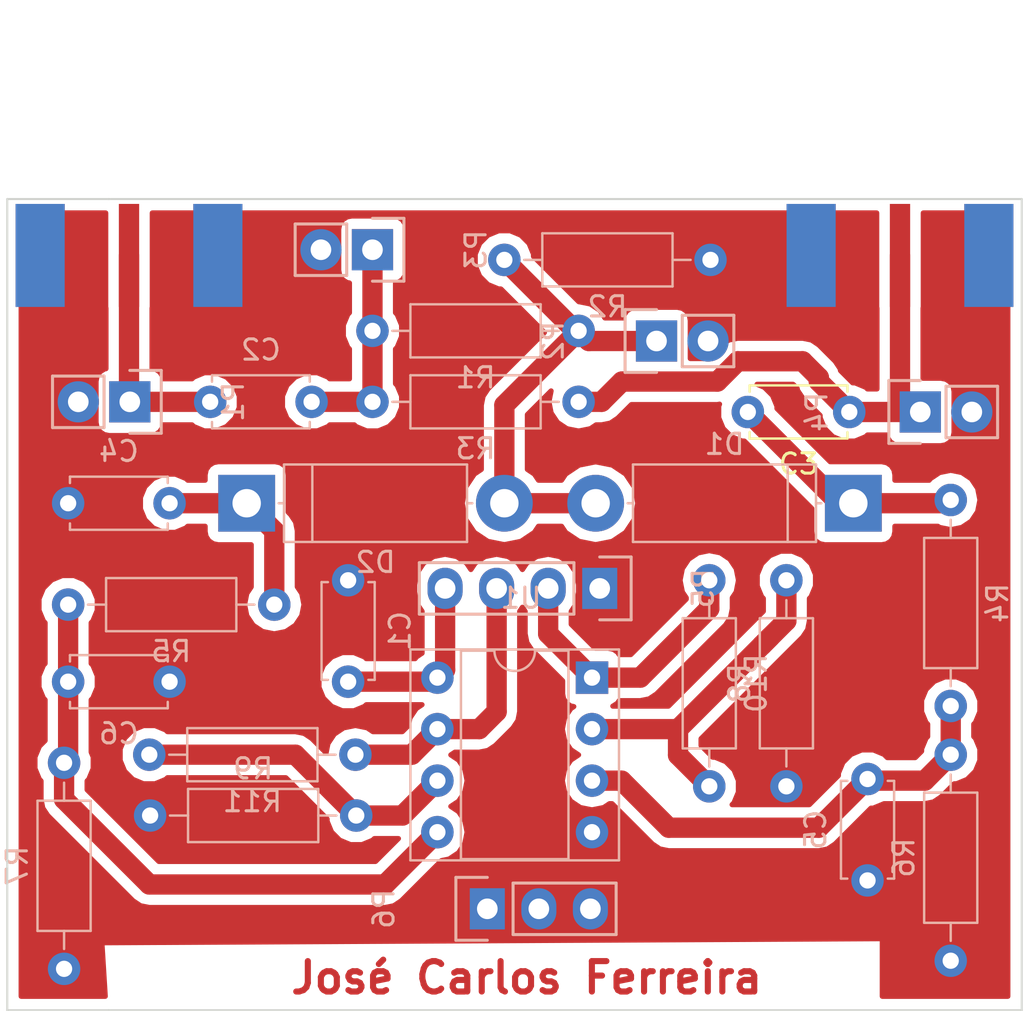
<source format=kicad_pcb>
(kicad_pcb (version 4) (host pcbnew 4.0.5+dfsg1-4)

  (general
    (links 57)
    (no_connects 4)
    (area 94.949999 74.949999 145.050001 115.050001)
    (thickness 1.6)
    (drawings 7)
    (tracks 75)
    (zones 0)
    (modules 28)
    (nets 15)
  )

  (page A4)
  (layers
    (0 F.Cu signal)
    (31 B.Cu signal)
    (32 B.Adhes user)
    (33 F.Adhes user)
    (34 B.Paste user)
    (35 F.Paste user)
    (36 B.SilkS user)
    (37 F.SilkS user)
    (38 B.Mask user)
    (39 F.Mask user)
    (40 Dwgs.User user)
    (41 Cmts.User user)
    (42 Eco1.User user)
    (43 Eco2.User user)
    (44 Edge.Cuts user)
    (45 Margin user)
    (46 B.CrtYd user)
    (47 F.CrtYd user)
    (48 B.Fab user hide)
    (49 F.Fab user hide)
  )

  (setup
    (last_trace_width 0.25)
    (user_trace_width 0.5)
    (user_trace_width 1)
    (trace_clearance 0.2)
    (zone_clearance 0.508)
    (zone_45_only no)
    (trace_min 0.2)
    (segment_width 0.2)
    (edge_width 0.1)
    (via_size 0.6)
    (via_drill 0.4)
    (via_min_size 0.4)
    (via_min_drill 0.3)
    (uvia_size 0.3)
    (uvia_drill 0.1)
    (uvias_allowed no)
    (uvia_min_size 0.2)
    (uvia_min_drill 0.1)
    (pcb_text_width 0.3)
    (pcb_text_size 1.5 1.5)
    (mod_edge_width 0.15)
    (mod_text_size 1 1)
    (mod_text_width 0.15)
    (pad_size 1.5 1.5)
    (pad_drill 0.6)
    (pad_to_mask_clearance 0)
    (aux_axis_origin 0 0)
    (visible_elements FFFFFF7F)
    (pcbplotparams
      (layerselection 0x01000_00000001)
      (usegerberextensions true)
      (excludeedgelayer true)
      (linewidth 0.100000)
      (plotframeref false)
      (viasonmask false)
      (mode 1)
      (useauxorigin false)
      (hpglpennumber 1)
      (hpglpenspeed 20)
      (hpglpendiameter 15)
      (hpglpenoverlay 2)
      (psnegative false)
      (psa4output false)
      (plotreference true)
      (plotvalue true)
      (plotinvisibletext false)
      (padsonsilk false)
      (subtractmaskfromsilk false)
      (outputformat 1)
      (mirror false)
      (drillshape 0)
      (scaleselection 1)
      (outputdirectory gerber))
  )

  (net 0 "")
  (net 1 "Net-(C2-Pad1)")
  (net 2 "Net-(C2-Pad2)")
  (net 3 "Net-(C3-Pad1)")
  (net 4 GND)
  (net 5 "Net-(C4-Pad1)")
  (net 6 "Net-(C5-Pad1)")
  (net 7 +5V)
  (net 8 "Net-(D1-Pad2)")
  (net 9 /Vrev)
  (net 10 /Vfwd)
  (net 11 "Net-(R10-Pad1)")
  (net 12 "Net-(R11-Pad1)")
  (net 13 "Net-(C3-Pad2)")
  (net 14 "Net-(C6-Pad1)")

  (net_class Default "This is the default net class."
    (clearance 0.2)
    (trace_width 0.25)
    (via_dia 0.6)
    (via_drill 0.4)
    (uvia_dia 0.3)
    (uvia_drill 0.1)
    (add_net +5V)
    (add_net /Vfwd)
    (add_net /Vrev)
    (add_net GND)
    (add_net "Net-(C2-Pad1)")
    (add_net "Net-(C2-Pad2)")
    (add_net "Net-(C3-Pad1)")
    (add_net "Net-(C3-Pad2)")
    (add_net "Net-(C4-Pad1)")
    (add_net "Net-(C5-Pad1)")
    (add_net "Net-(C6-Pad1)")
    (add_net "Net-(D1-Pad2)")
    (add_net "Net-(R10-Pad1)")
    (add_net "Net-(R11-Pad1)")
  )

  (module Capacitors_THT:C_Disc_D4.7mm_W2.5mm_P5.00mm (layer B.Cu) (tedit 5AFFEE13) (tstamp 5AFFE526)
    (at 111.8 98.8 90)
    (descr "C, Disc series, Radial, pin pitch=5.00mm, , diameter*width=4.7*2.5mm^2, Capacitor, http://www.vishay.com/docs/45233/krseries.pdf")
    (tags "C Disc series Radial pin pitch 5.00mm  diameter 4.7mm width 2.5mm Capacitor")
    (path /5AFF7721)
    (fp_text reference C1 (at 2.5 2.56 90) (layer B.SilkS)
      (effects (font (size 1 1) (thickness 0.15)) (justify mirror))
    )
    (fp_text value 0.01u (at 2.5 -2.56 90) (layer B.Fab)
      (effects (font (size 1 1) (thickness 0.15)) (justify mirror))
    )
    (fp_line (start 0.15 1.25) (end 0.15 -1.25) (layer B.Fab) (width 0.1))
    (fp_line (start 0.15 -1.25) (end 4.85 -1.25) (layer B.Fab) (width 0.1))
    (fp_line (start 4.85 -1.25) (end 4.85 1.25) (layer B.Fab) (width 0.1))
    (fp_line (start 4.85 1.25) (end 0.15 1.25) (layer B.Fab) (width 0.1))
    (fp_line (start 0.09 1.31) (end 4.91 1.31) (layer B.SilkS) (width 0.12))
    (fp_line (start 0.09 -1.31) (end 4.91 -1.31) (layer B.SilkS) (width 0.12))
    (fp_line (start 0.09 1.31) (end 0.09 0.996) (layer B.SilkS) (width 0.12))
    (fp_line (start 0.09 -0.996) (end 0.09 -1.31) (layer B.SilkS) (width 0.12))
    (fp_line (start 4.91 1.31) (end 4.91 0.996) (layer B.SilkS) (width 0.12))
    (fp_line (start 4.91 -0.996) (end 4.91 -1.31) (layer B.SilkS) (width 0.12))
    (fp_line (start -1.05 1.6) (end -1.05 -1.6) (layer B.CrtYd) (width 0.05))
    (fp_line (start -1.05 -1.6) (end 6.05 -1.6) (layer B.CrtYd) (width 0.05))
    (fp_line (start 6.05 -1.6) (end 6.05 1.6) (layer B.CrtYd) (width 0.05))
    (fp_line (start 6.05 1.6) (end -1.05 1.6) (layer B.CrtYd) (width 0.05))
    (fp_text user %R (at 2.5 0 270) (layer B.Fab)
      (effects (font (size 1 1) (thickness 0.15)) (justify mirror))
    )
    (pad 1 thru_hole circle (at 0 0 90) (size 1.6 1.6) (drill 0.8) (layers *.Cu *.Mask)
      (net 7 +5V))
    (pad 2 thru_hole circle (at 5 0 90) (size 1.6 1.6) (drill 0.8) (layers *.Cu *.Mask)
      (net 4 GND))
    (model ${KISYS3DMOD}/Capacitors_THT.3dshapes/C_Disc_D4.7mm_W2.5mm_P5.00mm.wrl
      (at (xyz 0 0 0))
      (scale (xyz 1 1 1))
      (rotate (xyz 0 0 0))
    )
  )

  (module Capacitors_THT:C_Disc_D4.7mm_W2.5mm_P5.00mm (layer B.Cu) (tedit 5AFFF065) (tstamp 5AFFE52C)
    (at 110 85 180)
    (descr "C, Disc series, Radial, pin pitch=5.00mm, , diameter*width=4.7*2.5mm^2, Capacitor, http://www.vishay.com/docs/45233/krseries.pdf")
    (tags "C Disc series Radial pin pitch 5.00mm  diameter 4.7mm width 2.5mm Capacitor")
    (path /5AFA49D9)
    (fp_text reference C2 (at 2.5 2.56 180) (layer B.SilkS)
      (effects (font (size 1 1) (thickness 0.15)) (justify mirror))
    )
    (fp_text value 1u (at 2.5 -2.56 180) (layer B.Fab)
      (effects (font (size 1 1) (thickness 0.15)) (justify mirror))
    )
    (fp_line (start 0.15 1.25) (end 0.15 -1.25) (layer B.Fab) (width 0.1))
    (fp_line (start 0.15 -1.25) (end 4.85 -1.25) (layer B.Fab) (width 0.1))
    (fp_line (start 4.85 -1.25) (end 4.85 1.25) (layer B.Fab) (width 0.1))
    (fp_line (start 4.85 1.25) (end 0.15 1.25) (layer B.Fab) (width 0.1))
    (fp_line (start 0.09 1.31) (end 4.91 1.31) (layer B.SilkS) (width 0.12))
    (fp_line (start 0.09 -1.31) (end 4.91 -1.31) (layer B.SilkS) (width 0.12))
    (fp_line (start 0.09 1.31) (end 0.09 0.996) (layer B.SilkS) (width 0.12))
    (fp_line (start 0.09 -0.996) (end 0.09 -1.31) (layer B.SilkS) (width 0.12))
    (fp_line (start 4.91 1.31) (end 4.91 0.996) (layer B.SilkS) (width 0.12))
    (fp_line (start 4.91 -0.996) (end 4.91 -1.31) (layer B.SilkS) (width 0.12))
    (fp_line (start -1.05 1.6) (end -1.05 -1.6) (layer B.CrtYd) (width 0.05))
    (fp_line (start -1.05 -1.6) (end 6.05 -1.6) (layer B.CrtYd) (width 0.05))
    (fp_line (start 6.05 -1.6) (end 6.05 1.6) (layer B.CrtYd) (width 0.05))
    (fp_line (start 6.05 1.6) (end -1.05 1.6) (layer B.CrtYd) (width 0.05))
    (fp_text user %R (at 2.5 0 180) (layer B.Fab)
      (effects (font (size 1 1) (thickness 0.15)) (justify mirror))
    )
    (pad 1 thru_hole circle (at 0 0 180) (size 1.6 1.6) (drill 0.8) (layers *.Cu *.Mask)
      (net 1 "Net-(C2-Pad1)"))
    (pad 2 thru_hole circle (at 5 0 180) (size 1.6 1.6) (drill 0.8) (layers *.Cu *.Mask)
      (net 2 "Net-(C2-Pad2)"))
    (model ${KISYS3DMOD}/Capacitors_THT.3dshapes/C_Disc_D4.7mm_W2.5mm_P5.00mm.wrl
      (at (xyz 0 0 0))
      (scale (xyz 1 1 1))
      (rotate (xyz 0 0 0))
    )
  )

  (module Capacitors_THT:C_Disc_D4.7mm_W2.5mm_P5.00mm (layer F.Cu) (tedit 5AFFF093) (tstamp 5AFFE532)
    (at 136.5 85.5 180)
    (descr "C, Disc series, Radial, pin pitch=5.00mm, , diameter*width=4.7*2.5mm^2, Capacitor, http://www.vishay.com/docs/45233/krseries.pdf")
    (tags "C Disc series Radial pin pitch 5.00mm  diameter 4.7mm width 2.5mm Capacitor")
    (path /5AF6C081)
    (fp_text reference C3 (at 2.5 -2.56 180) (layer F.SilkS)
      (effects (font (size 1 1) (thickness 0.15)))
    )
    (fp_text value 0.1u (at 2.5 2.56 180) (layer F.Fab)
      (effects (font (size 1 1) (thickness 0.15)))
    )
    (fp_line (start 0.15 -1.25) (end 0.15 1.25) (layer F.Fab) (width 0.1))
    (fp_line (start 0.15 1.25) (end 4.85 1.25) (layer F.Fab) (width 0.1))
    (fp_line (start 4.85 1.25) (end 4.85 -1.25) (layer F.Fab) (width 0.1))
    (fp_line (start 4.85 -1.25) (end 0.15 -1.25) (layer F.Fab) (width 0.1))
    (fp_line (start 0.09 -1.31) (end 4.91 -1.31) (layer F.SilkS) (width 0.12))
    (fp_line (start 0.09 1.31) (end 4.91 1.31) (layer F.SilkS) (width 0.12))
    (fp_line (start 0.09 -1.31) (end 0.09 -0.996) (layer F.SilkS) (width 0.12))
    (fp_line (start 0.09 0.996) (end 0.09 1.31) (layer F.SilkS) (width 0.12))
    (fp_line (start 4.91 -1.31) (end 4.91 -0.996) (layer F.SilkS) (width 0.12))
    (fp_line (start 4.91 0.996) (end 4.91 1.31) (layer F.SilkS) (width 0.12))
    (fp_line (start -1.05 -1.6) (end -1.05 1.6) (layer F.CrtYd) (width 0.05))
    (fp_line (start -1.05 1.6) (end 6.05 1.6) (layer F.CrtYd) (width 0.05))
    (fp_line (start 6.05 1.6) (end 6.05 -1.6) (layer F.CrtYd) (width 0.05))
    (fp_line (start 6.05 -1.6) (end -1.05 -1.6) (layer F.CrtYd) (width 0.05))
    (fp_text user %R (at 2.5 0 180) (layer F.Fab)
      (effects (font (size 1 1) (thickness 0.15)))
    )
    (pad 1 thru_hole circle (at 0 0 180) (size 1.6 1.6) (drill 0.8) (layers *.Cu *.Mask)
      (net 3 "Net-(C3-Pad1)"))
    (pad 2 thru_hole circle (at 5 0 180) (size 1.6 1.6) (drill 0.8) (layers *.Cu *.Mask)
      (net 13 "Net-(C3-Pad2)"))
    (model ${KISYS3DMOD}/Capacitors_THT.3dshapes/C_Disc_D4.7mm_W2.5mm_P5.00mm.wrl
      (at (xyz 0 0 0))
      (scale (xyz 1 1 1))
      (rotate (xyz 0 0 0))
    )
  )

  (module Capacitors_THT:C_Disc_D4.7mm_W2.5mm_P5.00mm (layer B.Cu) (tedit 5AFFEFD1) (tstamp 5AFFE538)
    (at 103 90 180)
    (descr "C, Disc series, Radial, pin pitch=5.00mm, , diameter*width=4.7*2.5mm^2, Capacitor, http://www.vishay.com/docs/45233/krseries.pdf")
    (tags "C Disc series Radial pin pitch 5.00mm  diameter 4.7mm width 2.5mm Capacitor")
    (path /5AF6D9DA)
    (fp_text reference C4 (at 2.5 2.56 180) (layer B.SilkS)
      (effects (font (size 1 1) (thickness 0.15)) (justify mirror))
    )
    (fp_text value 0.1u (at 2.5 -2.56 180) (layer B.Fab)
      (effects (font (size 1 1) (thickness 0.15)) (justify mirror))
    )
    (fp_line (start 0.15 1.25) (end 0.15 -1.25) (layer B.Fab) (width 0.1))
    (fp_line (start 0.15 -1.25) (end 4.85 -1.25) (layer B.Fab) (width 0.1))
    (fp_line (start 4.85 -1.25) (end 4.85 1.25) (layer B.Fab) (width 0.1))
    (fp_line (start 4.85 1.25) (end 0.15 1.25) (layer B.Fab) (width 0.1))
    (fp_line (start 0.09 1.31) (end 4.91 1.31) (layer B.SilkS) (width 0.12))
    (fp_line (start 0.09 -1.31) (end 4.91 -1.31) (layer B.SilkS) (width 0.12))
    (fp_line (start 0.09 1.31) (end 0.09 0.996) (layer B.SilkS) (width 0.12))
    (fp_line (start 0.09 -0.996) (end 0.09 -1.31) (layer B.SilkS) (width 0.12))
    (fp_line (start 4.91 1.31) (end 4.91 0.996) (layer B.SilkS) (width 0.12))
    (fp_line (start 4.91 -0.996) (end 4.91 -1.31) (layer B.SilkS) (width 0.12))
    (fp_line (start -1.05 1.6) (end -1.05 -1.6) (layer B.CrtYd) (width 0.05))
    (fp_line (start -1.05 -1.6) (end 6.05 -1.6) (layer B.CrtYd) (width 0.05))
    (fp_line (start 6.05 -1.6) (end 6.05 1.6) (layer B.CrtYd) (width 0.05))
    (fp_line (start 6.05 1.6) (end -1.05 1.6) (layer B.CrtYd) (width 0.05))
    (fp_text user %R (at 3 0 180) (layer B.Fab)
      (effects (font (size 1 1) (thickness 0.15)) (justify mirror))
    )
    (pad 1 thru_hole circle (at 0 0 180) (size 1.6 1.6) (drill 0.8) (layers *.Cu *.Mask)
      (net 5 "Net-(C4-Pad1)"))
    (pad 2 thru_hole circle (at 5 0 180) (size 1.6 1.6) (drill 0.8) (layers *.Cu *.Mask)
      (net 4 GND))
    (model ${KISYS3DMOD}/Capacitors_THT.3dshapes/C_Disc_D4.7mm_W2.5mm_P5.00mm.wrl
      (at (xyz 0 0 0))
      (scale (xyz 1 1 1))
      (rotate (xyz 0 0 0))
    )
  )

  (module Capacitors_THT:C_Disc_D4.7mm_W2.5mm_P5.00mm (layer B.Cu) (tedit 597BC7C2) (tstamp 5AFFE53E)
    (at 137.4 103.6 270)
    (descr "C, Disc series, Radial, pin pitch=5.00mm, , diameter*width=4.7*2.5mm^2, Capacitor, http://www.vishay.com/docs/45233/krseries.pdf")
    (tags "C Disc series Radial pin pitch 5.00mm  diameter 4.7mm width 2.5mm Capacitor")
    (path /5AF6C1D6)
    (fp_text reference C5 (at 2.5 2.56 270) (layer B.SilkS)
      (effects (font (size 1 1) (thickness 0.15)) (justify mirror))
    )
    (fp_text value 0.01u (at 2.5 -2.56 270) (layer B.Fab)
      (effects (font (size 1 1) (thickness 0.15)) (justify mirror))
    )
    (fp_line (start 0.15 1.25) (end 0.15 -1.25) (layer B.Fab) (width 0.1))
    (fp_line (start 0.15 -1.25) (end 4.85 -1.25) (layer B.Fab) (width 0.1))
    (fp_line (start 4.85 -1.25) (end 4.85 1.25) (layer B.Fab) (width 0.1))
    (fp_line (start 4.85 1.25) (end 0.15 1.25) (layer B.Fab) (width 0.1))
    (fp_line (start 0.09 1.31) (end 4.91 1.31) (layer B.SilkS) (width 0.12))
    (fp_line (start 0.09 -1.31) (end 4.91 -1.31) (layer B.SilkS) (width 0.12))
    (fp_line (start 0.09 1.31) (end 0.09 0.996) (layer B.SilkS) (width 0.12))
    (fp_line (start 0.09 -0.996) (end 0.09 -1.31) (layer B.SilkS) (width 0.12))
    (fp_line (start 4.91 1.31) (end 4.91 0.996) (layer B.SilkS) (width 0.12))
    (fp_line (start 4.91 -0.996) (end 4.91 -1.31) (layer B.SilkS) (width 0.12))
    (fp_line (start -1.05 1.6) (end -1.05 -1.6) (layer B.CrtYd) (width 0.05))
    (fp_line (start -1.05 -1.6) (end 6.05 -1.6) (layer B.CrtYd) (width 0.05))
    (fp_line (start 6.05 -1.6) (end 6.05 1.6) (layer B.CrtYd) (width 0.05))
    (fp_line (start 6.05 1.6) (end -1.05 1.6) (layer B.CrtYd) (width 0.05))
    (fp_text user %R (at 2.5 0 270) (layer B.Fab)
      (effects (font (size 1 1) (thickness 0.15)) (justify mirror))
    )
    (pad 1 thru_hole circle (at 0 0 270) (size 1.6 1.6) (drill 0.8) (layers *.Cu *.Mask)
      (net 6 "Net-(C5-Pad1)"))
    (pad 2 thru_hole circle (at 5 0 270) (size 1.6 1.6) (drill 0.8) (layers *.Cu *.Mask)
      (net 4 GND))
    (model ${KISYS3DMOD}/Capacitors_THT.3dshapes/C_Disc_D4.7mm_W2.5mm_P5.00mm.wrl
      (at (xyz 0 0 0))
      (scale (xyz 1 1 1))
      (rotate (xyz 0 0 0))
    )
  )

  (module Capacitors_THT:C_Disc_D4.7mm_W2.5mm_P5.00mm (layer B.Cu) (tedit 597BC7C2) (tstamp 5AFFE544)
    (at 98 98.8)
    (descr "C, Disc series, Radial, pin pitch=5.00mm, , diameter*width=4.7*2.5mm^2, Capacitor, http://www.vishay.com/docs/45233/krseries.pdf")
    (tags "C Disc series Radial pin pitch 5.00mm  diameter 4.7mm width 2.5mm Capacitor")
    (path /5AF6D9EC)
    (fp_text reference C6 (at 2.5 2.56) (layer B.SilkS)
      (effects (font (size 1 1) (thickness 0.15)) (justify mirror))
    )
    (fp_text value 0.01u (at 2.5 -2.56) (layer B.Fab)
      (effects (font (size 1 1) (thickness 0.15)) (justify mirror))
    )
    (fp_line (start 0.15 1.25) (end 0.15 -1.25) (layer B.Fab) (width 0.1))
    (fp_line (start 0.15 -1.25) (end 4.85 -1.25) (layer B.Fab) (width 0.1))
    (fp_line (start 4.85 -1.25) (end 4.85 1.25) (layer B.Fab) (width 0.1))
    (fp_line (start 4.85 1.25) (end 0.15 1.25) (layer B.Fab) (width 0.1))
    (fp_line (start 0.09 1.31) (end 4.91 1.31) (layer B.SilkS) (width 0.12))
    (fp_line (start 0.09 -1.31) (end 4.91 -1.31) (layer B.SilkS) (width 0.12))
    (fp_line (start 0.09 1.31) (end 0.09 0.996) (layer B.SilkS) (width 0.12))
    (fp_line (start 0.09 -0.996) (end 0.09 -1.31) (layer B.SilkS) (width 0.12))
    (fp_line (start 4.91 1.31) (end 4.91 0.996) (layer B.SilkS) (width 0.12))
    (fp_line (start 4.91 -0.996) (end 4.91 -1.31) (layer B.SilkS) (width 0.12))
    (fp_line (start -1.05 1.6) (end -1.05 -1.6) (layer B.CrtYd) (width 0.05))
    (fp_line (start -1.05 -1.6) (end 6.05 -1.6) (layer B.CrtYd) (width 0.05))
    (fp_line (start 6.05 -1.6) (end 6.05 1.6) (layer B.CrtYd) (width 0.05))
    (fp_line (start 6.05 1.6) (end -1.05 1.6) (layer B.CrtYd) (width 0.05))
    (fp_text user %R (at 2.5 0) (layer B.Fab)
      (effects (font (size 1 1) (thickness 0.15)) (justify mirror))
    )
    (pad 1 thru_hole circle (at 0 0) (size 1.6 1.6) (drill 0.8) (layers *.Cu *.Mask)
      (net 14 "Net-(C6-Pad1)"))
    (pad 2 thru_hole circle (at 5 0) (size 1.6 1.6) (drill 0.8) (layers *.Cu *.Mask)
      (net 4 GND))
    (model ${KISYS3DMOD}/Capacitors_THT.3dshapes/C_Disc_D4.7mm_W2.5mm_P5.00mm.wrl
      (at (xyz 0 0 0))
      (scale (xyz 1 1 1))
      (rotate (xyz 0 0 0))
    )
  )

  (module Diodes_THT:D_5W_P12.70mm_Horizontal (layer B.Cu) (tedit 5921392E) (tstamp 5AFFE550)
    (at 136.7 90 180)
    (descr "D, 5W series, Axial, Horizontal, pin pitch=12.7mm, , length*diameter=8.9*3.7mm^2, , http://www.diodes.com/_files/packages/8686949.gif")
    (tags "D 5W series Axial Horizontal pin pitch 12.7mm  length 8.9mm diameter 3.7mm")
    (path /5AF6BFBF)
    (fp_text reference D1 (at 6.35 2.91 180) (layer B.SilkS)
      (effects (font (size 1 1) (thickness 0.15)) (justify mirror))
    )
    (fp_text value D (at 6.35 -2.91 180) (layer B.Fab)
      (effects (font (size 1 1) (thickness 0.15)) (justify mirror))
    )
    (fp_text user %R (at 6.35 0 180) (layer B.Fab)
      (effects (font (size 1 1) (thickness 0.15)) (justify mirror))
    )
    (fp_line (start 1.9 1.85) (end 1.9 -1.85) (layer B.Fab) (width 0.1))
    (fp_line (start 1.9 -1.85) (end 10.8 -1.85) (layer B.Fab) (width 0.1))
    (fp_line (start 10.8 -1.85) (end 10.8 1.85) (layer B.Fab) (width 0.1))
    (fp_line (start 10.8 1.85) (end 1.9 1.85) (layer B.Fab) (width 0.1))
    (fp_line (start 0 0) (end 1.9 0) (layer B.Fab) (width 0.1))
    (fp_line (start 12.7 0) (end 10.8 0) (layer B.Fab) (width 0.1))
    (fp_line (start 3.235 1.85) (end 3.235 -1.85) (layer B.Fab) (width 0.1))
    (fp_line (start 1.84 1.91) (end 1.84 -1.91) (layer B.SilkS) (width 0.12))
    (fp_line (start 1.84 -1.91) (end 10.86 -1.91) (layer B.SilkS) (width 0.12))
    (fp_line (start 10.86 -1.91) (end 10.86 1.91) (layer B.SilkS) (width 0.12))
    (fp_line (start 10.86 1.91) (end 1.84 1.91) (layer B.SilkS) (width 0.12))
    (fp_line (start 1.58 0) (end 1.84 0) (layer B.SilkS) (width 0.12))
    (fp_line (start 11.12 0) (end 10.86 0) (layer B.SilkS) (width 0.12))
    (fp_line (start 3.235 1.91) (end 3.235 -1.91) (layer B.SilkS) (width 0.12))
    (fp_line (start -1.65 2.2) (end -1.65 -2.2) (layer B.CrtYd) (width 0.05))
    (fp_line (start -1.65 -2.2) (end 14.35 -2.2) (layer B.CrtYd) (width 0.05))
    (fp_line (start 14.35 -2.2) (end 14.35 2.2) (layer B.CrtYd) (width 0.05))
    (fp_line (start 14.35 2.2) (end -1.65 2.2) (layer B.CrtYd) (width 0.05))
    (pad 1 thru_hole rect (at 0 0 180) (size 2.8 2.8) (drill 1.4) (layers *.Cu *.Mask)
      (net 13 "Net-(C3-Pad2)"))
    (pad 2 thru_hole oval (at 12.7 0 180) (size 2.8 2.8) (drill 1.4) (layers *.Cu *.Mask)
      (net 8 "Net-(D1-Pad2)"))
    (model ${KISYS3DMOD}/Diodes_THT.3dshapes/D_5W_P12.70mm_Horizontal.wrl
      (at (xyz 0 0 0))
      (scale (xyz 0.393701 0.393701 0.393701))
      (rotate (xyz 0 0 0))
    )
  )

  (module Diodes_THT:D_5W_P12.70mm_Horizontal (layer B.Cu) (tedit 5AFFEF6A) (tstamp 5AFFE556)
    (at 106.8 90)
    (descr "D, 5W series, Axial, Horizontal, pin pitch=12.7mm, , length*diameter=8.9*3.7mm^2, , http://www.diodes.com/_files/packages/8686949.gif")
    (tags "D 5W series Axial Horizontal pin pitch 12.7mm  length 8.9mm diameter 3.7mm")
    (path /5AF6D9D4)
    (fp_text reference D2 (at 6.35 2.91) (layer B.SilkS)
      (effects (font (size 1 1) (thickness 0.15)) (justify mirror))
    )
    (fp_text value D (at 6.35 -2.91) (layer B.Fab)
      (effects (font (size 1 1) (thickness 0.15)) (justify mirror))
    )
    (fp_text user %R (at 6.5 0) (layer B.Fab)
      (effects (font (size 1 1) (thickness 0.15)) (justify mirror))
    )
    (fp_line (start 1.9 1.85) (end 1.9 -1.85) (layer B.Fab) (width 0.1))
    (fp_line (start 1.9 -1.85) (end 10.8 -1.85) (layer B.Fab) (width 0.1))
    (fp_line (start 10.8 -1.85) (end 10.8 1.85) (layer B.Fab) (width 0.1))
    (fp_line (start 10.8 1.85) (end 1.9 1.85) (layer B.Fab) (width 0.1))
    (fp_line (start 0 0) (end 1.9 0) (layer B.Fab) (width 0.1))
    (fp_line (start 12.7 0) (end 10.8 0) (layer B.Fab) (width 0.1))
    (fp_line (start 3.235 1.85) (end 3.235 -1.85) (layer B.Fab) (width 0.1))
    (fp_line (start 1.84 1.91) (end 1.84 -1.91) (layer B.SilkS) (width 0.12))
    (fp_line (start 1.84 -1.91) (end 10.86 -1.91) (layer B.SilkS) (width 0.12))
    (fp_line (start 10.86 -1.91) (end 10.86 1.91) (layer B.SilkS) (width 0.12))
    (fp_line (start 10.86 1.91) (end 1.84 1.91) (layer B.SilkS) (width 0.12))
    (fp_line (start 1.58 0) (end 1.84 0) (layer B.SilkS) (width 0.12))
    (fp_line (start 11.12 0) (end 10.86 0) (layer B.SilkS) (width 0.12))
    (fp_line (start 3.235 1.91) (end 3.235 -1.91) (layer B.SilkS) (width 0.12))
    (fp_line (start -1.65 2.2) (end -1.65 -2.2) (layer B.CrtYd) (width 0.05))
    (fp_line (start -1.65 -2.2) (end 14.35 -2.2) (layer B.CrtYd) (width 0.05))
    (fp_line (start 14.35 -2.2) (end 14.35 2.2) (layer B.CrtYd) (width 0.05))
    (fp_line (start 14.35 2.2) (end -1.65 2.2) (layer B.CrtYd) (width 0.05))
    (pad 1 thru_hole rect (at 0 0) (size 2.8 2.8) (drill 1.4) (layers *.Cu *.Mask)
      (net 5 "Net-(C4-Pad1)"))
    (pad 2 thru_hole oval (at 12.7 0) (size 2.8 2.8) (drill 1.4) (layers *.Cu *.Mask)
      (net 8 "Net-(D1-Pad2)"))
    (model ${KISYS3DMOD}/Diodes_THT.3dshapes/D_5W_P12.70mm_Horizontal.wrl
      (at (xyz 0 0 0))
      (scale (xyz 0.393701 0.393701 0.393701))
      (rotate (xyz 0 0 0))
    )
  )

  (module Pin_Headers:Pin_Header_Straight_1x02 (layer B.Cu) (tedit 54EA090C) (tstamp 5AFFE586)
    (at 101.04 85 90)
    (descr "Through hole pin header")
    (tags "pin header")
    (path /5AF868E7)
    (fp_text reference P1 (at 0 5.1 90) (layer B.SilkS)
      (effects (font (size 1 1) (thickness 0.15)) (justify mirror))
    )
    (fp_text value CONN_01X02 (at 0 3.1 90) (layer B.Fab)
      (effects (font (size 1 1) (thickness 0.15)) (justify mirror))
    )
    (fp_line (start 1.27 -1.27) (end 1.27 -3.81) (layer B.SilkS) (width 0.15))
    (fp_line (start 1.55 1.55) (end 1.55 0) (layer B.SilkS) (width 0.15))
    (fp_line (start -1.75 1.75) (end -1.75 -4.3) (layer B.CrtYd) (width 0.05))
    (fp_line (start 1.75 1.75) (end 1.75 -4.3) (layer B.CrtYd) (width 0.05))
    (fp_line (start -1.75 1.75) (end 1.75 1.75) (layer B.CrtYd) (width 0.05))
    (fp_line (start -1.75 -4.3) (end 1.75 -4.3) (layer B.CrtYd) (width 0.05))
    (fp_line (start 1.27 -1.27) (end -1.27 -1.27) (layer B.SilkS) (width 0.15))
    (fp_line (start -1.55 0) (end -1.55 1.55) (layer B.SilkS) (width 0.15))
    (fp_line (start -1.55 1.55) (end 1.55 1.55) (layer B.SilkS) (width 0.15))
    (fp_line (start -1.27 -1.27) (end -1.27 -3.81) (layer B.SilkS) (width 0.15))
    (fp_line (start -1.27 -3.81) (end 1.27 -3.81) (layer B.SilkS) (width 0.15))
    (pad 1 thru_hole rect (at 0 0 90) (size 2.032 2.032) (drill 1.016) (layers *.Cu *.Mask)
      (net 2 "Net-(C2-Pad2)"))
    (pad 2 thru_hole oval (at 0 -2.54 90) (size 2.032 2.032) (drill 1.016) (layers *.Cu *.Mask)
      (net 4 GND))
    (model Pin_Headers.3dshapes/Pin_Header_Straight_1x02.wrl
      (at (xyz 0 -0.05 0))
      (scale (xyz 1 1 1))
      (rotate (xyz 0 0 90))
    )
  )

  (module Pin_Headers:Pin_Header_Straight_1x02 (layer B.Cu) (tedit 54EA090C) (tstamp 5AFFE58C)
    (at 127 82 270)
    (descr "Through hole pin header")
    (tags "pin header")
    (path /5AF89137)
    (fp_text reference P2 (at 0 5.1 270) (layer B.SilkS)
      (effects (font (size 1 1) (thickness 0.15)) (justify mirror))
    )
    (fp_text value CONN_01X02 (at 0 3.1 270) (layer B.Fab)
      (effects (font (size 1 1) (thickness 0.15)) (justify mirror))
    )
    (fp_line (start 1.27 -1.27) (end 1.27 -3.81) (layer B.SilkS) (width 0.15))
    (fp_line (start 1.55 1.55) (end 1.55 0) (layer B.SilkS) (width 0.15))
    (fp_line (start -1.75 1.75) (end -1.75 -4.3) (layer B.CrtYd) (width 0.05))
    (fp_line (start 1.75 1.75) (end 1.75 -4.3) (layer B.CrtYd) (width 0.05))
    (fp_line (start -1.75 1.75) (end 1.75 1.75) (layer B.CrtYd) (width 0.05))
    (fp_line (start -1.75 -4.3) (end 1.75 -4.3) (layer B.CrtYd) (width 0.05))
    (fp_line (start 1.27 -1.27) (end -1.27 -1.27) (layer B.SilkS) (width 0.15))
    (fp_line (start -1.55 0) (end -1.55 1.55) (layer B.SilkS) (width 0.15))
    (fp_line (start -1.55 1.55) (end 1.55 1.55) (layer B.SilkS) (width 0.15))
    (fp_line (start -1.27 -1.27) (end -1.27 -3.81) (layer B.SilkS) (width 0.15))
    (fp_line (start -1.27 -3.81) (end 1.27 -3.81) (layer B.SilkS) (width 0.15))
    (pad 1 thru_hole rect (at 0 0 270) (size 2.032 2.032) (drill 1.016) (layers *.Cu *.Mask)
      (net 8 "Net-(D1-Pad2)"))
    (pad 2 thru_hole oval (at 0 -2.54 270) (size 2.032 2.032) (drill 1.016) (layers *.Cu *.Mask)
      (net 4 GND))
    (model Pin_Headers.3dshapes/Pin_Header_Straight_1x02.wrl
      (at (xyz 0 -0.05 0))
      (scale (xyz 1 1 1))
      (rotate (xyz 0 0 90))
    )
  )

  (module Pin_Headers:Pin_Header_Straight_1x02 (layer B.Cu) (tedit 54EA090C) (tstamp 5AFFE592)
    (at 113 77.5 90)
    (descr "Through hole pin header")
    (tags "pin header")
    (path /5AF87539)
    (fp_text reference P3 (at 0 5.1 90) (layer B.SilkS)
      (effects (font (size 1 1) (thickness 0.15)) (justify mirror))
    )
    (fp_text value CONN_01X02 (at 0 3.1 90) (layer B.Fab)
      (effects (font (size 1 1) (thickness 0.15)) (justify mirror))
    )
    (fp_line (start 1.27 -1.27) (end 1.27 -3.81) (layer B.SilkS) (width 0.15))
    (fp_line (start 1.55 1.55) (end 1.55 0) (layer B.SilkS) (width 0.15))
    (fp_line (start -1.75 1.75) (end -1.75 -4.3) (layer B.CrtYd) (width 0.05))
    (fp_line (start 1.75 1.75) (end 1.75 -4.3) (layer B.CrtYd) (width 0.05))
    (fp_line (start -1.75 1.75) (end 1.75 1.75) (layer B.CrtYd) (width 0.05))
    (fp_line (start -1.75 -4.3) (end 1.75 -4.3) (layer B.CrtYd) (width 0.05))
    (fp_line (start 1.27 -1.27) (end -1.27 -1.27) (layer B.SilkS) (width 0.15))
    (fp_line (start -1.55 0) (end -1.55 1.55) (layer B.SilkS) (width 0.15))
    (fp_line (start -1.55 1.55) (end 1.55 1.55) (layer B.SilkS) (width 0.15))
    (fp_line (start -1.27 -1.27) (end -1.27 -3.81) (layer B.SilkS) (width 0.15))
    (fp_line (start -1.27 -3.81) (end 1.27 -3.81) (layer B.SilkS) (width 0.15))
    (pad 1 thru_hole rect (at 0 0 90) (size 2.032 2.032) (drill 1.016) (layers *.Cu *.Mask)
      (net 1 "Net-(C2-Pad1)"))
    (pad 2 thru_hole oval (at 0 -2.54 90) (size 2.032 2.032) (drill 1.016) (layers *.Cu *.Mask)
      (net 4 GND))
    (model Pin_Headers.3dshapes/Pin_Header_Straight_1x02.wrl
      (at (xyz 0 -0.05 0))
      (scale (xyz 1 1 1))
      (rotate (xyz 0 0 90))
    )
  )

  (module Pin_Headers:Pin_Header_Straight_1x02 (layer B.Cu) (tedit 54EA090C) (tstamp 5AFFE598)
    (at 140 85.5 270)
    (descr "Through hole pin header")
    (tags "pin header")
    (path /5AF87637)
    (fp_text reference P4 (at 0 5.1 270) (layer B.SilkS)
      (effects (font (size 1 1) (thickness 0.15)) (justify mirror))
    )
    (fp_text value CONN_01X02 (at 0 3.1 270) (layer B.Fab)
      (effects (font (size 1 1) (thickness 0.15)) (justify mirror))
    )
    (fp_line (start 1.27 -1.27) (end 1.27 -3.81) (layer B.SilkS) (width 0.15))
    (fp_line (start 1.55 1.55) (end 1.55 0) (layer B.SilkS) (width 0.15))
    (fp_line (start -1.75 1.75) (end -1.75 -4.3) (layer B.CrtYd) (width 0.05))
    (fp_line (start 1.75 1.75) (end 1.75 -4.3) (layer B.CrtYd) (width 0.05))
    (fp_line (start -1.75 1.75) (end 1.75 1.75) (layer B.CrtYd) (width 0.05))
    (fp_line (start -1.75 -4.3) (end 1.75 -4.3) (layer B.CrtYd) (width 0.05))
    (fp_line (start 1.27 -1.27) (end -1.27 -1.27) (layer B.SilkS) (width 0.15))
    (fp_line (start -1.55 0) (end -1.55 1.55) (layer B.SilkS) (width 0.15))
    (fp_line (start -1.55 1.55) (end 1.55 1.55) (layer B.SilkS) (width 0.15))
    (fp_line (start -1.27 -1.27) (end -1.27 -3.81) (layer B.SilkS) (width 0.15))
    (fp_line (start -1.27 -3.81) (end 1.27 -3.81) (layer B.SilkS) (width 0.15))
    (pad 1 thru_hole rect (at 0 0 270) (size 2.032 2.032) (drill 1.016) (layers *.Cu *.Mask)
      (net 3 "Net-(C3-Pad1)"))
    (pad 2 thru_hole oval (at 0 -2.54 270) (size 2.032 2.032) (drill 1.016) (layers *.Cu *.Mask)
      (net 4 GND))
    (model Pin_Headers.3dshapes/Pin_Header_Straight_1x02.wrl
      (at (xyz 0 -0.05 0))
      (scale (xyz 1 1 1))
      (rotate (xyz 0 0 90))
    )
  )

  (module Pin_Headers:Pin_Header_Straight_1x04 (layer B.Cu) (tedit 0) (tstamp 5AFFE5A0)
    (at 124.2 94.2 90)
    (descr "Through hole pin header")
    (tags "pin header")
    (path /5AF8744A)
    (fp_text reference P5 (at 0 5.1 90) (layer B.SilkS)
      (effects (font (size 1 1) (thickness 0.15)) (justify mirror))
    )
    (fp_text value CONN_01X04 (at 0 3.1 90) (layer B.Fab)
      (effects (font (size 1 1) (thickness 0.15)) (justify mirror))
    )
    (fp_line (start -1.75 1.75) (end -1.75 -9.4) (layer B.CrtYd) (width 0.05))
    (fp_line (start 1.75 1.75) (end 1.75 -9.4) (layer B.CrtYd) (width 0.05))
    (fp_line (start -1.75 1.75) (end 1.75 1.75) (layer B.CrtYd) (width 0.05))
    (fp_line (start -1.75 -9.4) (end 1.75 -9.4) (layer B.CrtYd) (width 0.05))
    (fp_line (start -1.27 -1.27) (end -1.27 -8.89) (layer B.SilkS) (width 0.15))
    (fp_line (start 1.27 -1.27) (end 1.27 -8.89) (layer B.SilkS) (width 0.15))
    (fp_line (start 1.55 1.55) (end 1.55 0) (layer B.SilkS) (width 0.15))
    (fp_line (start -1.27 -8.89) (end 1.27 -8.89) (layer B.SilkS) (width 0.15))
    (fp_line (start 1.27 -1.27) (end -1.27 -1.27) (layer B.SilkS) (width 0.15))
    (fp_line (start -1.55 0) (end -1.55 1.55) (layer B.SilkS) (width 0.15))
    (fp_line (start -1.55 1.55) (end 1.55 1.55) (layer B.SilkS) (width 0.15))
    (pad 1 thru_hole rect (at 0 0 90) (size 2.032 1.7272) (drill 1.016) (layers *.Cu *.Mask)
      (net 4 GND))
    (pad 2 thru_hole oval (at 0 -2.54 90) (size 2.032 1.7272) (drill 1.016) (layers *.Cu *.Mask)
      (net 9 /Vrev))
    (pad 3 thru_hole oval (at 0 -5.08 90) (size 2.032 1.7272) (drill 1.016) (layers *.Cu *.Mask)
      (net 10 /Vfwd))
    (pad 4 thru_hole oval (at 0 -7.62 90) (size 2.032 1.7272) (drill 1.016) (layers *.Cu *.Mask)
      (net 7 +5V))
    (model Pin_Headers.3dshapes/Pin_Header_Straight_1x04.wrl
      (at (xyz 0 -0.15 0))
      (scale (xyz 1 1 1))
      (rotate (xyz 0 0 90))
    )
  )

  (module Pin_Headers:Pin_Header_Straight_1x03 (layer B.Cu) (tedit 0) (tstamp 5AFFE5A7)
    (at 118.66 110 270)
    (descr "Through hole pin header")
    (tags "pin header")
    (path /5AF88BE1)
    (fp_text reference P6 (at 0 5.1 270) (layer B.SilkS)
      (effects (font (size 1 1) (thickness 0.15)) (justify mirror))
    )
    (fp_text value CONN_01X03 (at 0 3.1 270) (layer B.Fab)
      (effects (font (size 1 1) (thickness 0.15)) (justify mirror))
    )
    (fp_line (start -1.75 1.75) (end -1.75 -6.85) (layer B.CrtYd) (width 0.05))
    (fp_line (start 1.75 1.75) (end 1.75 -6.85) (layer B.CrtYd) (width 0.05))
    (fp_line (start -1.75 1.75) (end 1.75 1.75) (layer B.CrtYd) (width 0.05))
    (fp_line (start -1.75 -6.85) (end 1.75 -6.85) (layer B.CrtYd) (width 0.05))
    (fp_line (start -1.27 -1.27) (end -1.27 -6.35) (layer B.SilkS) (width 0.15))
    (fp_line (start -1.27 -6.35) (end 1.27 -6.35) (layer B.SilkS) (width 0.15))
    (fp_line (start 1.27 -6.35) (end 1.27 -1.27) (layer B.SilkS) (width 0.15))
    (fp_line (start 1.55 1.55) (end 1.55 0) (layer B.SilkS) (width 0.15))
    (fp_line (start 1.27 -1.27) (end -1.27 -1.27) (layer B.SilkS) (width 0.15))
    (fp_line (start -1.55 0) (end -1.55 1.55) (layer B.SilkS) (width 0.15))
    (fp_line (start -1.55 1.55) (end 1.55 1.55) (layer B.SilkS) (width 0.15))
    (pad 1 thru_hole rect (at 0 0 270) (size 2.032 1.7272) (drill 1.016) (layers *.Cu *.Mask)
      (net 4 GND))
    (pad 2 thru_hole oval (at 0 -2.54 270) (size 2.032 1.7272) (drill 1.016) (layers *.Cu *.Mask)
      (net 4 GND))
    (pad 3 thru_hole oval (at 0 -5.08 270) (size 2.032 1.7272) (drill 1.016) (layers *.Cu *.Mask)
      (net 4 GND))
    (model Pin_Headers.3dshapes/Pin_Header_Straight_1x03.wrl
      (at (xyz 0 -0.1 0))
      (scale (xyz 1 1 1))
      (rotate (xyz 0 0 90))
    )
  )

  (module Resistors_THT:R_Axial_DIN0207_L6.3mm_D2.5mm_P10.16mm_Horizontal (layer B.Cu) (tedit 5874F706) (tstamp 5AFFE5AD)
    (at 113 81.5)
    (descr "Resistor, Axial_DIN0207 series, Axial, Horizontal, pin pitch=10.16mm, 0.25W = 1/4W, length*diameter=6.3*2.5mm^2, http://cdn-reichelt.de/documents/datenblatt/B400/1_4W%23YAG.pdf")
    (tags "Resistor Axial_DIN0207 series Axial Horizontal pin pitch 10.16mm 0.25W = 1/4W length 6.3mm diameter 2.5mm")
    (path /5AF6B943)
    (fp_text reference R1 (at 5.08 2.31) (layer B.SilkS)
      (effects (font (size 1 1) (thickness 0.15)) (justify mirror))
    )
    (fp_text value 50 (at 5.08 -2.31) (layer B.Fab)
      (effects (font (size 1 1) (thickness 0.15)) (justify mirror))
    )
    (fp_line (start 1.93 1.25) (end 1.93 -1.25) (layer B.Fab) (width 0.1))
    (fp_line (start 1.93 -1.25) (end 8.23 -1.25) (layer B.Fab) (width 0.1))
    (fp_line (start 8.23 -1.25) (end 8.23 1.25) (layer B.Fab) (width 0.1))
    (fp_line (start 8.23 1.25) (end 1.93 1.25) (layer B.Fab) (width 0.1))
    (fp_line (start 0 0) (end 1.93 0) (layer B.Fab) (width 0.1))
    (fp_line (start 10.16 0) (end 8.23 0) (layer B.Fab) (width 0.1))
    (fp_line (start 1.87 1.31) (end 1.87 -1.31) (layer B.SilkS) (width 0.12))
    (fp_line (start 1.87 -1.31) (end 8.29 -1.31) (layer B.SilkS) (width 0.12))
    (fp_line (start 8.29 -1.31) (end 8.29 1.31) (layer B.SilkS) (width 0.12))
    (fp_line (start 8.29 1.31) (end 1.87 1.31) (layer B.SilkS) (width 0.12))
    (fp_line (start 0.98 0) (end 1.87 0) (layer B.SilkS) (width 0.12))
    (fp_line (start 9.18 0) (end 8.29 0) (layer B.SilkS) (width 0.12))
    (fp_line (start -1.05 1.6) (end -1.05 -1.6) (layer B.CrtYd) (width 0.05))
    (fp_line (start -1.05 -1.6) (end 11.25 -1.6) (layer B.CrtYd) (width 0.05))
    (fp_line (start 11.25 -1.6) (end 11.25 1.6) (layer B.CrtYd) (width 0.05))
    (fp_line (start 11.25 1.6) (end -1.05 1.6) (layer B.CrtYd) (width 0.05))
    (pad 1 thru_hole circle (at 0 0) (size 1.6 1.6) (drill 0.8) (layers *.Cu *.Mask)
      (net 1 "Net-(C2-Pad1)"))
    (pad 2 thru_hole oval (at 10.16 0) (size 1.6 1.6) (drill 0.8) (layers *.Cu *.Mask)
      (net 8 "Net-(D1-Pad2)"))
    (model ${KISYS3DMOD}/Resistors_THT.3dshapes/R_Axial_DIN0207_L6.3mm_D2.5mm_P10.16mm_Horizontal.wrl
      (at (xyz 0 0 0))
      (scale (xyz 0.393701 0.393701 0.393701))
      (rotate (xyz 0 0 0))
    )
  )

  (module Resistors_THT:R_Axial_DIN0207_L6.3mm_D2.5mm_P10.16mm_Horizontal (layer B.Cu) (tedit 5874F706) (tstamp 5AFFE5B3)
    (at 119.5 78)
    (descr "Resistor, Axial_DIN0207 series, Axial, Horizontal, pin pitch=10.16mm, 0.25W = 1/4W, length*diameter=6.3*2.5mm^2, http://cdn-reichelt.de/documents/datenblatt/B400/1_4W%23YAG.pdf")
    (tags "Resistor Axial_DIN0207 series Axial Horizontal pin pitch 10.16mm 0.25W = 1/4W length 6.3mm diameter 2.5mm")
    (path /5AF6BA35)
    (fp_text reference R2 (at 5.08 2.31) (layer B.SilkS)
      (effects (font (size 1 1) (thickness 0.15)) (justify mirror))
    )
    (fp_text value 50 (at 5.08 -2.31) (layer B.Fab)
      (effects (font (size 1 1) (thickness 0.15)) (justify mirror))
    )
    (fp_line (start 1.93 1.25) (end 1.93 -1.25) (layer B.Fab) (width 0.1))
    (fp_line (start 1.93 -1.25) (end 8.23 -1.25) (layer B.Fab) (width 0.1))
    (fp_line (start 8.23 -1.25) (end 8.23 1.25) (layer B.Fab) (width 0.1))
    (fp_line (start 8.23 1.25) (end 1.93 1.25) (layer B.Fab) (width 0.1))
    (fp_line (start 0 0) (end 1.93 0) (layer B.Fab) (width 0.1))
    (fp_line (start 10.16 0) (end 8.23 0) (layer B.Fab) (width 0.1))
    (fp_line (start 1.87 1.31) (end 1.87 -1.31) (layer B.SilkS) (width 0.12))
    (fp_line (start 1.87 -1.31) (end 8.29 -1.31) (layer B.SilkS) (width 0.12))
    (fp_line (start 8.29 -1.31) (end 8.29 1.31) (layer B.SilkS) (width 0.12))
    (fp_line (start 8.29 1.31) (end 1.87 1.31) (layer B.SilkS) (width 0.12))
    (fp_line (start 0.98 0) (end 1.87 0) (layer B.SilkS) (width 0.12))
    (fp_line (start 9.18 0) (end 8.29 0) (layer B.SilkS) (width 0.12))
    (fp_line (start -1.05 1.6) (end -1.05 -1.6) (layer B.CrtYd) (width 0.05))
    (fp_line (start -1.05 -1.6) (end 11.25 -1.6) (layer B.CrtYd) (width 0.05))
    (fp_line (start 11.25 -1.6) (end 11.25 1.6) (layer B.CrtYd) (width 0.05))
    (fp_line (start 11.25 1.6) (end -1.05 1.6) (layer B.CrtYd) (width 0.05))
    (pad 1 thru_hole circle (at 0 0) (size 1.6 1.6) (drill 0.8) (layers *.Cu *.Mask)
      (net 8 "Net-(D1-Pad2)"))
    (pad 2 thru_hole oval (at 10.16 0) (size 1.6 1.6) (drill 0.8) (layers *.Cu *.Mask)
      (net 4 GND))
    (model ${KISYS3DMOD}/Resistors_THT.3dshapes/R_Axial_DIN0207_L6.3mm_D2.5mm_P10.16mm_Horizontal.wrl
      (at (xyz 0 0 0))
      (scale (xyz 0.393701 0.393701 0.393701))
      (rotate (xyz 0 0 0))
    )
  )

  (module Resistors_THT:R_Axial_DIN0207_L6.3mm_D2.5mm_P10.16mm_Horizontal (layer B.Cu) (tedit 5874F706) (tstamp 5AFFE5B9)
    (at 113 85)
    (descr "Resistor, Axial_DIN0207 series, Axial, Horizontal, pin pitch=10.16mm, 0.25W = 1/4W, length*diameter=6.3*2.5mm^2, http://cdn-reichelt.de/documents/datenblatt/B400/1_4W%23YAG.pdf")
    (tags "Resistor Axial_DIN0207 series Axial Horizontal pin pitch 10.16mm 0.25W = 1/4W length 6.3mm diameter 2.5mm")
    (path /5AF6BA04)
    (fp_text reference R3 (at 5.08 2.31) (layer B.SilkS)
      (effects (font (size 1 1) (thickness 0.15)) (justify mirror))
    )
    (fp_text value 50 (at 5.08 -2.31) (layer B.Fab)
      (effects (font (size 1 1) (thickness 0.15)) (justify mirror))
    )
    (fp_line (start 1.93 1.25) (end 1.93 -1.25) (layer B.Fab) (width 0.1))
    (fp_line (start 1.93 -1.25) (end 8.23 -1.25) (layer B.Fab) (width 0.1))
    (fp_line (start 8.23 -1.25) (end 8.23 1.25) (layer B.Fab) (width 0.1))
    (fp_line (start 8.23 1.25) (end 1.93 1.25) (layer B.Fab) (width 0.1))
    (fp_line (start 0 0) (end 1.93 0) (layer B.Fab) (width 0.1))
    (fp_line (start 10.16 0) (end 8.23 0) (layer B.Fab) (width 0.1))
    (fp_line (start 1.87 1.31) (end 1.87 -1.31) (layer B.SilkS) (width 0.12))
    (fp_line (start 1.87 -1.31) (end 8.29 -1.31) (layer B.SilkS) (width 0.12))
    (fp_line (start 8.29 -1.31) (end 8.29 1.31) (layer B.SilkS) (width 0.12))
    (fp_line (start 8.29 1.31) (end 1.87 1.31) (layer B.SilkS) (width 0.12))
    (fp_line (start 0.98 0) (end 1.87 0) (layer B.SilkS) (width 0.12))
    (fp_line (start 9.18 0) (end 8.29 0) (layer B.SilkS) (width 0.12))
    (fp_line (start -1.05 1.6) (end -1.05 -1.6) (layer B.CrtYd) (width 0.05))
    (fp_line (start -1.05 -1.6) (end 11.25 -1.6) (layer B.CrtYd) (width 0.05))
    (fp_line (start 11.25 -1.6) (end 11.25 1.6) (layer B.CrtYd) (width 0.05))
    (fp_line (start 11.25 1.6) (end -1.05 1.6) (layer B.CrtYd) (width 0.05))
    (pad 1 thru_hole circle (at 0 0) (size 1.6 1.6) (drill 0.8) (layers *.Cu *.Mask)
      (net 1 "Net-(C2-Pad1)"))
    (pad 2 thru_hole oval (at 10.16 0) (size 1.6 1.6) (drill 0.8) (layers *.Cu *.Mask)
      (net 3 "Net-(C3-Pad1)"))
    (model ${KISYS3DMOD}/Resistors_THT.3dshapes/R_Axial_DIN0207_L6.3mm_D2.5mm_P10.16mm_Horizontal.wrl
      (at (xyz 0 0 0))
      (scale (xyz 0.393701 0.393701 0.393701))
      (rotate (xyz 0 0 0))
    )
  )

  (module Resistors_THT:R_Axial_DIN0207_L6.3mm_D2.5mm_P10.16mm_Horizontal (layer B.Cu) (tedit 5874F706) (tstamp 5AFFE5BF)
    (at 141.5 100 90)
    (descr "Resistor, Axial_DIN0207 series, Axial, Horizontal, pin pitch=10.16mm, 0.25W = 1/4W, length*diameter=6.3*2.5mm^2, http://cdn-reichelt.de/documents/datenblatt/B400/1_4W%23YAG.pdf")
    (tags "Resistor Axial_DIN0207 series Axial Horizontal pin pitch 10.16mm 0.25W = 1/4W length 6.3mm diameter 2.5mm")
    (path /5AF6C0F6)
    (fp_text reference R4 (at 5.08 2.31 90) (layer B.SilkS)
      (effects (font (size 1 1) (thickness 0.15)) (justify mirror))
    )
    (fp_text value 10k (at 5.08 -2.31 90) (layer B.Fab)
      (effects (font (size 1 1) (thickness 0.15)) (justify mirror))
    )
    (fp_line (start 1.93 1.25) (end 1.93 -1.25) (layer B.Fab) (width 0.1))
    (fp_line (start 1.93 -1.25) (end 8.23 -1.25) (layer B.Fab) (width 0.1))
    (fp_line (start 8.23 -1.25) (end 8.23 1.25) (layer B.Fab) (width 0.1))
    (fp_line (start 8.23 1.25) (end 1.93 1.25) (layer B.Fab) (width 0.1))
    (fp_line (start 0 0) (end 1.93 0) (layer B.Fab) (width 0.1))
    (fp_line (start 10.16 0) (end 8.23 0) (layer B.Fab) (width 0.1))
    (fp_line (start 1.87 1.31) (end 1.87 -1.31) (layer B.SilkS) (width 0.12))
    (fp_line (start 1.87 -1.31) (end 8.29 -1.31) (layer B.SilkS) (width 0.12))
    (fp_line (start 8.29 -1.31) (end 8.29 1.31) (layer B.SilkS) (width 0.12))
    (fp_line (start 8.29 1.31) (end 1.87 1.31) (layer B.SilkS) (width 0.12))
    (fp_line (start 0.98 0) (end 1.87 0) (layer B.SilkS) (width 0.12))
    (fp_line (start 9.18 0) (end 8.29 0) (layer B.SilkS) (width 0.12))
    (fp_line (start -1.05 1.6) (end -1.05 -1.6) (layer B.CrtYd) (width 0.05))
    (fp_line (start -1.05 -1.6) (end 11.25 -1.6) (layer B.CrtYd) (width 0.05))
    (fp_line (start 11.25 -1.6) (end 11.25 1.6) (layer B.CrtYd) (width 0.05))
    (fp_line (start 11.25 1.6) (end -1.05 1.6) (layer B.CrtYd) (width 0.05))
    (pad 1 thru_hole circle (at 0 0 90) (size 1.6 1.6) (drill 0.8) (layers *.Cu *.Mask)
      (net 6 "Net-(C5-Pad1)"))
    (pad 2 thru_hole oval (at 10.16 0 90) (size 1.6 1.6) (drill 0.8) (layers *.Cu *.Mask)
      (net 13 "Net-(C3-Pad2)"))
    (model ${KISYS3DMOD}/Resistors_THT.3dshapes/R_Axial_DIN0207_L6.3mm_D2.5mm_P10.16mm_Horizontal.wrl
      (at (xyz 0 0 0))
      (scale (xyz 0.393701 0.393701 0.393701))
      (rotate (xyz 0 0 0))
    )
  )

  (module Resistors_THT:R_Axial_DIN0207_L6.3mm_D2.5mm_P10.16mm_Horizontal (layer B.Cu) (tedit 5874F706) (tstamp 5AFFE5C5)
    (at 98 95)
    (descr "Resistor, Axial_DIN0207 series, Axial, Horizontal, pin pitch=10.16mm, 0.25W = 1/4W, length*diameter=6.3*2.5mm^2, http://cdn-reichelt.de/documents/datenblatt/B400/1_4W%23YAG.pdf")
    (tags "Resistor Axial_DIN0207 series Axial Horizontal pin pitch 10.16mm 0.25W = 1/4W length 6.3mm diameter 2.5mm")
    (path /5AF6D9E0)
    (fp_text reference R5 (at 5.08 2.31) (layer B.SilkS)
      (effects (font (size 1 1) (thickness 0.15)) (justify mirror))
    )
    (fp_text value 10k (at 5.08 -2.31) (layer B.Fab)
      (effects (font (size 1 1) (thickness 0.15)) (justify mirror))
    )
    (fp_line (start 1.93 1.25) (end 1.93 -1.25) (layer B.Fab) (width 0.1))
    (fp_line (start 1.93 -1.25) (end 8.23 -1.25) (layer B.Fab) (width 0.1))
    (fp_line (start 8.23 -1.25) (end 8.23 1.25) (layer B.Fab) (width 0.1))
    (fp_line (start 8.23 1.25) (end 1.93 1.25) (layer B.Fab) (width 0.1))
    (fp_line (start 0 0) (end 1.93 0) (layer B.Fab) (width 0.1))
    (fp_line (start 10.16 0) (end 8.23 0) (layer B.Fab) (width 0.1))
    (fp_line (start 1.87 1.31) (end 1.87 -1.31) (layer B.SilkS) (width 0.12))
    (fp_line (start 1.87 -1.31) (end 8.29 -1.31) (layer B.SilkS) (width 0.12))
    (fp_line (start 8.29 -1.31) (end 8.29 1.31) (layer B.SilkS) (width 0.12))
    (fp_line (start 8.29 1.31) (end 1.87 1.31) (layer B.SilkS) (width 0.12))
    (fp_line (start 0.98 0) (end 1.87 0) (layer B.SilkS) (width 0.12))
    (fp_line (start 9.18 0) (end 8.29 0) (layer B.SilkS) (width 0.12))
    (fp_line (start -1.05 1.6) (end -1.05 -1.6) (layer B.CrtYd) (width 0.05))
    (fp_line (start -1.05 -1.6) (end 11.25 -1.6) (layer B.CrtYd) (width 0.05))
    (fp_line (start 11.25 -1.6) (end 11.25 1.6) (layer B.CrtYd) (width 0.05))
    (fp_line (start 11.25 1.6) (end -1.05 1.6) (layer B.CrtYd) (width 0.05))
    (pad 1 thru_hole circle (at 0 0) (size 1.6 1.6) (drill 0.8) (layers *.Cu *.Mask)
      (net 14 "Net-(C6-Pad1)"))
    (pad 2 thru_hole oval (at 10.16 0) (size 1.6 1.6) (drill 0.8) (layers *.Cu *.Mask)
      (net 5 "Net-(C4-Pad1)"))
    (model ${KISYS3DMOD}/Resistors_THT.3dshapes/R_Axial_DIN0207_L6.3mm_D2.5mm_P10.16mm_Horizontal.wrl
      (at (xyz 0 0 0))
      (scale (xyz 0.393701 0.393701 0.393701))
      (rotate (xyz 0 0 0))
    )
  )

  (module Resistors_THT:R_Axial_DIN0207_L6.3mm_D2.5mm_P10.16mm_Horizontal (layer B.Cu) (tedit 5874F706) (tstamp 5AFFE5CB)
    (at 141.5 102.4 270)
    (descr "Resistor, Axial_DIN0207 series, Axial, Horizontal, pin pitch=10.16mm, 0.25W = 1/4W, length*diameter=6.3*2.5mm^2, http://cdn-reichelt.de/documents/datenblatt/B400/1_4W%23YAG.pdf")
    (tags "Resistor Axial_DIN0207 series Axial Horizontal pin pitch 10.16mm 0.25W = 1/4W length 6.3mm diameter 2.5mm")
    (path /5AF6C16B)
    (fp_text reference R6 (at 5.08 2.31 270) (layer B.SilkS)
      (effects (font (size 1 1) (thickness 0.15)) (justify mirror))
    )
    (fp_text value 100k (at 5.08 -2.31 270) (layer B.Fab)
      (effects (font (size 1 1) (thickness 0.15)) (justify mirror))
    )
    (fp_line (start 1.93 1.25) (end 1.93 -1.25) (layer B.Fab) (width 0.1))
    (fp_line (start 1.93 -1.25) (end 8.23 -1.25) (layer B.Fab) (width 0.1))
    (fp_line (start 8.23 -1.25) (end 8.23 1.25) (layer B.Fab) (width 0.1))
    (fp_line (start 8.23 1.25) (end 1.93 1.25) (layer B.Fab) (width 0.1))
    (fp_line (start 0 0) (end 1.93 0) (layer B.Fab) (width 0.1))
    (fp_line (start 10.16 0) (end 8.23 0) (layer B.Fab) (width 0.1))
    (fp_line (start 1.87 1.31) (end 1.87 -1.31) (layer B.SilkS) (width 0.12))
    (fp_line (start 1.87 -1.31) (end 8.29 -1.31) (layer B.SilkS) (width 0.12))
    (fp_line (start 8.29 -1.31) (end 8.29 1.31) (layer B.SilkS) (width 0.12))
    (fp_line (start 8.29 1.31) (end 1.87 1.31) (layer B.SilkS) (width 0.12))
    (fp_line (start 0.98 0) (end 1.87 0) (layer B.SilkS) (width 0.12))
    (fp_line (start 9.18 0) (end 8.29 0) (layer B.SilkS) (width 0.12))
    (fp_line (start -1.05 1.6) (end -1.05 -1.6) (layer B.CrtYd) (width 0.05))
    (fp_line (start -1.05 -1.6) (end 11.25 -1.6) (layer B.CrtYd) (width 0.05))
    (fp_line (start 11.25 -1.6) (end 11.25 1.6) (layer B.CrtYd) (width 0.05))
    (fp_line (start 11.25 1.6) (end -1.05 1.6) (layer B.CrtYd) (width 0.05))
    (pad 1 thru_hole circle (at 0 0 270) (size 1.6 1.6) (drill 0.8) (layers *.Cu *.Mask)
      (net 6 "Net-(C5-Pad1)"))
    (pad 2 thru_hole oval (at 10.16 0 270) (size 1.6 1.6) (drill 0.8) (layers *.Cu *.Mask)
      (net 4 GND))
    (model ${KISYS3DMOD}/Resistors_THT.3dshapes/R_Axial_DIN0207_L6.3mm_D2.5mm_P10.16mm_Horizontal.wrl
      (at (xyz 0 0 0))
      (scale (xyz 0.393701 0.393701 0.393701))
      (rotate (xyz 0 0 0))
    )
  )

  (module Resistors_THT:R_Axial_DIN0207_L6.3mm_D2.5mm_P10.16mm_Horizontal (layer B.Cu) (tedit 5874F706) (tstamp 5AFFE5D1)
    (at 97.8 102.8 270)
    (descr "Resistor, Axial_DIN0207 series, Axial, Horizontal, pin pitch=10.16mm, 0.25W = 1/4W, length*diameter=6.3*2.5mm^2, http://cdn-reichelt.de/documents/datenblatt/B400/1_4W%23YAG.pdf")
    (tags "Resistor Axial_DIN0207 series Axial Horizontal pin pitch 10.16mm 0.25W = 1/4W length 6.3mm diameter 2.5mm")
    (path /5AF6D9E6)
    (fp_text reference R7 (at 5.08 2.31 270) (layer B.SilkS)
      (effects (font (size 1 1) (thickness 0.15)) (justify mirror))
    )
    (fp_text value 100k (at 5.08 -2.31 270) (layer B.Fab)
      (effects (font (size 1 1) (thickness 0.15)) (justify mirror))
    )
    (fp_line (start 1.93 1.25) (end 1.93 -1.25) (layer B.Fab) (width 0.1))
    (fp_line (start 1.93 -1.25) (end 8.23 -1.25) (layer B.Fab) (width 0.1))
    (fp_line (start 8.23 -1.25) (end 8.23 1.25) (layer B.Fab) (width 0.1))
    (fp_line (start 8.23 1.25) (end 1.93 1.25) (layer B.Fab) (width 0.1))
    (fp_line (start 0 0) (end 1.93 0) (layer B.Fab) (width 0.1))
    (fp_line (start 10.16 0) (end 8.23 0) (layer B.Fab) (width 0.1))
    (fp_line (start 1.87 1.31) (end 1.87 -1.31) (layer B.SilkS) (width 0.12))
    (fp_line (start 1.87 -1.31) (end 8.29 -1.31) (layer B.SilkS) (width 0.12))
    (fp_line (start 8.29 -1.31) (end 8.29 1.31) (layer B.SilkS) (width 0.12))
    (fp_line (start 8.29 1.31) (end 1.87 1.31) (layer B.SilkS) (width 0.12))
    (fp_line (start 0.98 0) (end 1.87 0) (layer B.SilkS) (width 0.12))
    (fp_line (start 9.18 0) (end 8.29 0) (layer B.SilkS) (width 0.12))
    (fp_line (start -1.05 1.6) (end -1.05 -1.6) (layer B.CrtYd) (width 0.05))
    (fp_line (start -1.05 -1.6) (end 11.25 -1.6) (layer B.CrtYd) (width 0.05))
    (fp_line (start 11.25 -1.6) (end 11.25 1.6) (layer B.CrtYd) (width 0.05))
    (fp_line (start 11.25 1.6) (end -1.05 1.6) (layer B.CrtYd) (width 0.05))
    (pad 1 thru_hole circle (at 0 0 270) (size 1.6 1.6) (drill 0.8) (layers *.Cu *.Mask)
      (net 14 "Net-(C6-Pad1)"))
    (pad 2 thru_hole oval (at 10.16 0 270) (size 1.6 1.6) (drill 0.8) (layers *.Cu *.Mask)
      (net 4 GND))
    (model ${KISYS3DMOD}/Resistors_THT.3dshapes/R_Axial_DIN0207_L6.3mm_D2.5mm_P10.16mm_Horizontal.wrl
      (at (xyz 0 0 0))
      (scale (xyz 0.393701 0.393701 0.393701))
      (rotate (xyz 0 0 0))
    )
  )

  (module Resistors_THT:R_Axial_DIN0207_L6.3mm_D2.5mm_P10.16mm_Horizontal (layer B.Cu) (tedit 5874F706) (tstamp 5AFFE5D7)
    (at 133.4 93.8 270)
    (descr "Resistor, Axial_DIN0207 series, Axial, Horizontal, pin pitch=10.16mm, 0.25W = 1/4W, length*diameter=6.3*2.5mm^2, http://cdn-reichelt.de/documents/datenblatt/B400/1_4W%23YAG.pdf")
    (tags "Resistor Axial_DIN0207 series Axial Horizontal pin pitch 10.16mm 0.25W = 1/4W length 6.3mm diameter 2.5mm")
    (path /5AF7459E)
    (fp_text reference R8 (at 5.08 2.31 270) (layer B.SilkS)
      (effects (font (size 1 1) (thickness 0.15)) (justify mirror))
    )
    (fp_text value 470 (at 5.08 -2.31 270) (layer B.Fab)
      (effects (font (size 1 1) (thickness 0.15)) (justify mirror))
    )
    (fp_line (start 1.93 1.25) (end 1.93 -1.25) (layer B.Fab) (width 0.1))
    (fp_line (start 1.93 -1.25) (end 8.23 -1.25) (layer B.Fab) (width 0.1))
    (fp_line (start 8.23 -1.25) (end 8.23 1.25) (layer B.Fab) (width 0.1))
    (fp_line (start 8.23 1.25) (end 1.93 1.25) (layer B.Fab) (width 0.1))
    (fp_line (start 0 0) (end 1.93 0) (layer B.Fab) (width 0.1))
    (fp_line (start 10.16 0) (end 8.23 0) (layer B.Fab) (width 0.1))
    (fp_line (start 1.87 1.31) (end 1.87 -1.31) (layer B.SilkS) (width 0.12))
    (fp_line (start 1.87 -1.31) (end 8.29 -1.31) (layer B.SilkS) (width 0.12))
    (fp_line (start 8.29 -1.31) (end 8.29 1.31) (layer B.SilkS) (width 0.12))
    (fp_line (start 8.29 1.31) (end 1.87 1.31) (layer B.SilkS) (width 0.12))
    (fp_line (start 0.98 0) (end 1.87 0) (layer B.SilkS) (width 0.12))
    (fp_line (start 9.18 0) (end 8.29 0) (layer B.SilkS) (width 0.12))
    (fp_line (start -1.05 1.6) (end -1.05 -1.6) (layer B.CrtYd) (width 0.05))
    (fp_line (start -1.05 -1.6) (end 11.25 -1.6) (layer B.CrtYd) (width 0.05))
    (fp_line (start 11.25 -1.6) (end 11.25 1.6) (layer B.CrtYd) (width 0.05))
    (fp_line (start 11.25 1.6) (end -1.05 1.6) (layer B.CrtYd) (width 0.05))
    (pad 1 thru_hole circle (at 0 0 270) (size 1.6 1.6) (drill 0.8) (layers *.Cu *.Mask)
      (net 11 "Net-(R10-Pad1)"))
    (pad 2 thru_hole oval (at 10.16 0 270) (size 1.6 1.6) (drill 0.8) (layers *.Cu *.Mask)
      (net 4 GND))
    (model ${KISYS3DMOD}/Resistors_THT.3dshapes/R_Axial_DIN0207_L6.3mm_D2.5mm_P10.16mm_Horizontal.wrl
      (at (xyz 0 0 0))
      (scale (xyz 0.393701 0.393701 0.393701))
      (rotate (xyz 0 0 0))
    )
  )

  (module Resistors_THT:R_Axial_DIN0207_L6.3mm_D2.5mm_P10.16mm_Horizontal (layer B.Cu) (tedit 5874F706) (tstamp 5AFFE5DD)
    (at 112.2 105.4 180)
    (descr "Resistor, Axial_DIN0207 series, Axial, Horizontal, pin pitch=10.16mm, 0.25W = 1/4W, length*diameter=6.3*2.5mm^2, http://cdn-reichelt.de/documents/datenblatt/B400/1_4W%23YAG.pdf")
    (tags "Resistor Axial_DIN0207 series Axial Horizontal pin pitch 10.16mm 0.25W = 1/4W length 6.3mm diameter 2.5mm")
    (path /5AF74ABB)
    (fp_text reference R9 (at 5.08 2.31 180) (layer B.SilkS)
      (effects (font (size 1 1) (thickness 0.15)) (justify mirror))
    )
    (fp_text value 470 (at 5.08 -2.31 180) (layer B.Fab)
      (effects (font (size 1 1) (thickness 0.15)) (justify mirror))
    )
    (fp_line (start 1.93 1.25) (end 1.93 -1.25) (layer B.Fab) (width 0.1))
    (fp_line (start 1.93 -1.25) (end 8.23 -1.25) (layer B.Fab) (width 0.1))
    (fp_line (start 8.23 -1.25) (end 8.23 1.25) (layer B.Fab) (width 0.1))
    (fp_line (start 8.23 1.25) (end 1.93 1.25) (layer B.Fab) (width 0.1))
    (fp_line (start 0 0) (end 1.93 0) (layer B.Fab) (width 0.1))
    (fp_line (start 10.16 0) (end 8.23 0) (layer B.Fab) (width 0.1))
    (fp_line (start 1.87 1.31) (end 1.87 -1.31) (layer B.SilkS) (width 0.12))
    (fp_line (start 1.87 -1.31) (end 8.29 -1.31) (layer B.SilkS) (width 0.12))
    (fp_line (start 8.29 -1.31) (end 8.29 1.31) (layer B.SilkS) (width 0.12))
    (fp_line (start 8.29 1.31) (end 1.87 1.31) (layer B.SilkS) (width 0.12))
    (fp_line (start 0.98 0) (end 1.87 0) (layer B.SilkS) (width 0.12))
    (fp_line (start 9.18 0) (end 8.29 0) (layer B.SilkS) (width 0.12))
    (fp_line (start -1.05 1.6) (end -1.05 -1.6) (layer B.CrtYd) (width 0.05))
    (fp_line (start -1.05 -1.6) (end 11.25 -1.6) (layer B.CrtYd) (width 0.05))
    (fp_line (start 11.25 -1.6) (end 11.25 1.6) (layer B.CrtYd) (width 0.05))
    (fp_line (start 11.25 1.6) (end -1.05 1.6) (layer B.CrtYd) (width 0.05))
    (pad 1 thru_hole circle (at 0 0 180) (size 1.6 1.6) (drill 0.8) (layers *.Cu *.Mask)
      (net 12 "Net-(R11-Pad1)"))
    (pad 2 thru_hole oval (at 10.16 0 180) (size 1.6 1.6) (drill 0.8) (layers *.Cu *.Mask)
      (net 4 GND))
    (model ${KISYS3DMOD}/Resistors_THT.3dshapes/R_Axial_DIN0207_L6.3mm_D2.5mm_P10.16mm_Horizontal.wrl
      (at (xyz 0 0 0))
      (scale (xyz 0.393701 0.393701 0.393701))
      (rotate (xyz 0 0 0))
    )
  )

  (module Resistors_THT:R_Axial_DIN0207_L6.3mm_D2.5mm_P10.16mm_Horizontal (layer B.Cu) (tedit 5874F706) (tstamp 5AFFE5E3)
    (at 129.6 103.96 90)
    (descr "Resistor, Axial_DIN0207 series, Axial, Horizontal, pin pitch=10.16mm, 0.25W = 1/4W, length*diameter=6.3*2.5mm^2, http://cdn-reichelt.de/documents/datenblatt/B400/1_4W%23YAG.pdf")
    (tags "Resistor Axial_DIN0207 series Axial Horizontal pin pitch 10.16mm 0.25W = 1/4W length 6.3mm diameter 2.5mm")
    (path /5AF75CB0)
    (fp_text reference R10 (at 5.08 2.31 90) (layer B.SilkS)
      (effects (font (size 1 1) (thickness 0.15)) (justify mirror))
    )
    (fp_text value 4.7k (at 5.08 -2.31 90) (layer B.Fab)
      (effects (font (size 1 1) (thickness 0.15)) (justify mirror))
    )
    (fp_line (start 1.93 1.25) (end 1.93 -1.25) (layer B.Fab) (width 0.1))
    (fp_line (start 1.93 -1.25) (end 8.23 -1.25) (layer B.Fab) (width 0.1))
    (fp_line (start 8.23 -1.25) (end 8.23 1.25) (layer B.Fab) (width 0.1))
    (fp_line (start 8.23 1.25) (end 1.93 1.25) (layer B.Fab) (width 0.1))
    (fp_line (start 0 0) (end 1.93 0) (layer B.Fab) (width 0.1))
    (fp_line (start 10.16 0) (end 8.23 0) (layer B.Fab) (width 0.1))
    (fp_line (start 1.87 1.31) (end 1.87 -1.31) (layer B.SilkS) (width 0.12))
    (fp_line (start 1.87 -1.31) (end 8.29 -1.31) (layer B.SilkS) (width 0.12))
    (fp_line (start 8.29 -1.31) (end 8.29 1.31) (layer B.SilkS) (width 0.12))
    (fp_line (start 8.29 1.31) (end 1.87 1.31) (layer B.SilkS) (width 0.12))
    (fp_line (start 0.98 0) (end 1.87 0) (layer B.SilkS) (width 0.12))
    (fp_line (start 9.18 0) (end 8.29 0) (layer B.SilkS) (width 0.12))
    (fp_line (start -1.05 1.6) (end -1.05 -1.6) (layer B.CrtYd) (width 0.05))
    (fp_line (start -1.05 -1.6) (end 11.25 -1.6) (layer B.CrtYd) (width 0.05))
    (fp_line (start 11.25 -1.6) (end 11.25 1.6) (layer B.CrtYd) (width 0.05))
    (fp_line (start 11.25 1.6) (end -1.05 1.6) (layer B.CrtYd) (width 0.05))
    (pad 1 thru_hole circle (at 0 0 90) (size 1.6 1.6) (drill 0.8) (layers *.Cu *.Mask)
      (net 11 "Net-(R10-Pad1)"))
    (pad 2 thru_hole oval (at 10.16 0 90) (size 1.6 1.6) (drill 0.8) (layers *.Cu *.Mask)
      (net 9 /Vrev))
    (model ${KISYS3DMOD}/Resistors_THT.3dshapes/R_Axial_DIN0207_L6.3mm_D2.5mm_P10.16mm_Horizontal.wrl
      (at (xyz 0 0 0))
      (scale (xyz 0.393701 0.393701 0.393701))
      (rotate (xyz 0 0 0))
    )
  )

  (module Resistors_THT:R_Axial_DIN0207_L6.3mm_D2.5mm_P10.16mm_Horizontal (layer B.Cu) (tedit 5874F706) (tstamp 5AFFE5E9)
    (at 102 102.4)
    (descr "Resistor, Axial_DIN0207 series, Axial, Horizontal, pin pitch=10.16mm, 0.25W = 1/4W, length*diameter=6.3*2.5mm^2, http://cdn-reichelt.de/documents/datenblatt/B400/1_4W%23YAG.pdf")
    (tags "Resistor Axial_DIN0207 series Axial Horizontal pin pitch 10.16mm 0.25W = 1/4W length 6.3mm diameter 2.5mm")
    (path /5AF75FE4)
    (fp_text reference R11 (at 5.08 2.31) (layer B.SilkS)
      (effects (font (size 1 1) (thickness 0.15)) (justify mirror))
    )
    (fp_text value 4.7k (at 5.08 -2.31) (layer B.Fab)
      (effects (font (size 1 1) (thickness 0.15)) (justify mirror))
    )
    (fp_line (start 1.93 1.25) (end 1.93 -1.25) (layer B.Fab) (width 0.1))
    (fp_line (start 1.93 -1.25) (end 8.23 -1.25) (layer B.Fab) (width 0.1))
    (fp_line (start 8.23 -1.25) (end 8.23 1.25) (layer B.Fab) (width 0.1))
    (fp_line (start 8.23 1.25) (end 1.93 1.25) (layer B.Fab) (width 0.1))
    (fp_line (start 0 0) (end 1.93 0) (layer B.Fab) (width 0.1))
    (fp_line (start 10.16 0) (end 8.23 0) (layer B.Fab) (width 0.1))
    (fp_line (start 1.87 1.31) (end 1.87 -1.31) (layer B.SilkS) (width 0.12))
    (fp_line (start 1.87 -1.31) (end 8.29 -1.31) (layer B.SilkS) (width 0.12))
    (fp_line (start 8.29 -1.31) (end 8.29 1.31) (layer B.SilkS) (width 0.12))
    (fp_line (start 8.29 1.31) (end 1.87 1.31) (layer B.SilkS) (width 0.12))
    (fp_line (start 0.98 0) (end 1.87 0) (layer B.SilkS) (width 0.12))
    (fp_line (start 9.18 0) (end 8.29 0) (layer B.SilkS) (width 0.12))
    (fp_line (start -1.05 1.6) (end -1.05 -1.6) (layer B.CrtYd) (width 0.05))
    (fp_line (start -1.05 -1.6) (end 11.25 -1.6) (layer B.CrtYd) (width 0.05))
    (fp_line (start 11.25 -1.6) (end 11.25 1.6) (layer B.CrtYd) (width 0.05))
    (fp_line (start 11.25 1.6) (end -1.05 1.6) (layer B.CrtYd) (width 0.05))
    (pad 1 thru_hole circle (at 0 0) (size 1.6 1.6) (drill 0.8) (layers *.Cu *.Mask)
      (net 12 "Net-(R11-Pad1)"))
    (pad 2 thru_hole oval (at 10.16 0) (size 1.6 1.6) (drill 0.8) (layers *.Cu *.Mask)
      (net 10 /Vfwd))
    (model ${KISYS3DMOD}/Resistors_THT.3dshapes/R_Axial_DIN0207_L6.3mm_D2.5mm_P10.16mm_Horizontal.wrl
      (at (xyz 0 0 0))
      (scale (xyz 0.393701 0.393701 0.393701))
      (rotate (xyz 0 0 0))
    )
  )

  (module Housings_DIP:DIP-8_W7.62mm_Socket (layer B.Cu) (tedit 59C78D6B) (tstamp 5AFFE5F5)
    (at 123.82 98.6 180)
    (descr "8-lead though-hole mounted DIP package, row spacing 7.62 mm (300 mils), Socket")
    (tags "THT DIP DIL PDIP 2.54mm 7.62mm 300mil Socket")
    (path /5AF6F504)
    (fp_text reference U1 (at 3.5 3.92 180) (layer B.SilkS)
      (effects (font (size 1 1) (thickness 0.15)) (justify mirror))
    )
    (fp_text value MCP6002 (at 3.81 -9.95 180) (layer B.Fab)
      (effects (font (size 1 1) (thickness 0.15)) (justify mirror))
    )
    (fp_arc (start 3.81 1.33) (end 2.81 1.33) (angle 180) (layer B.SilkS) (width 0.12))
    (fp_line (start 1.635 1.27) (end 6.985 1.27) (layer B.Fab) (width 0.1))
    (fp_line (start 6.985 1.27) (end 6.985 -8.89) (layer B.Fab) (width 0.1))
    (fp_line (start 6.985 -8.89) (end 0.635 -8.89) (layer B.Fab) (width 0.1))
    (fp_line (start 0.635 -8.89) (end 0.635 0.27) (layer B.Fab) (width 0.1))
    (fp_line (start 0.635 0.27) (end 1.635 1.27) (layer B.Fab) (width 0.1))
    (fp_line (start -1.27 1.33) (end -1.27 -8.95) (layer B.Fab) (width 0.1))
    (fp_line (start -1.27 -8.95) (end 8.89 -8.95) (layer B.Fab) (width 0.1))
    (fp_line (start 8.89 -8.95) (end 8.89 1.33) (layer B.Fab) (width 0.1))
    (fp_line (start 8.89 1.33) (end -1.27 1.33) (layer B.Fab) (width 0.1))
    (fp_line (start 2.81 1.33) (end 1.16 1.33) (layer B.SilkS) (width 0.12))
    (fp_line (start 1.16 1.33) (end 1.16 -8.95) (layer B.SilkS) (width 0.12))
    (fp_line (start 1.16 -8.95) (end 6.46 -8.95) (layer B.SilkS) (width 0.12))
    (fp_line (start 6.46 -8.95) (end 6.46 1.33) (layer B.SilkS) (width 0.12))
    (fp_line (start 6.46 1.33) (end 4.81 1.33) (layer B.SilkS) (width 0.12))
    (fp_line (start -1.33 1.39) (end -1.33 -9.01) (layer B.SilkS) (width 0.12))
    (fp_line (start -1.33 -9.01) (end 8.95 -9.01) (layer B.SilkS) (width 0.12))
    (fp_line (start 8.95 -9.01) (end 8.95 1.39) (layer B.SilkS) (width 0.12))
    (fp_line (start 8.95 1.39) (end -1.33 1.39) (layer B.SilkS) (width 0.12))
    (fp_line (start -1.55 1.6) (end -1.55 -9.2) (layer B.CrtYd) (width 0.05))
    (fp_line (start -1.55 -9.2) (end 9.15 -9.2) (layer B.CrtYd) (width 0.05))
    (fp_line (start 9.15 -9.2) (end 9.15 1.6) (layer B.CrtYd) (width 0.05))
    (fp_line (start 9.15 1.6) (end -1.55 1.6) (layer B.CrtYd) (width 0.05))
    (fp_text user %R (at 3.81 -3.81 180) (layer B.Fab)
      (effects (font (size 1 1) (thickness 0.15)) (justify mirror))
    )
    (pad 1 thru_hole rect (at 0 0 180) (size 1.6 1.6) (drill 0.8) (layers *.Cu *.Mask)
      (net 9 /Vrev))
    (pad 5 thru_hole oval (at 7.62 -7.62 180) (size 1.6 1.6) (drill 0.8) (layers *.Cu *.Mask)
      (net 14 "Net-(C6-Pad1)"))
    (pad 2 thru_hole oval (at 0 -2.54 180) (size 1.6 1.6) (drill 0.8) (layers *.Cu *.Mask)
      (net 11 "Net-(R10-Pad1)"))
    (pad 6 thru_hole oval (at 7.62 -5.08 180) (size 1.6 1.6) (drill 0.8) (layers *.Cu *.Mask)
      (net 12 "Net-(R11-Pad1)"))
    (pad 3 thru_hole oval (at 0 -5.08 180) (size 1.6 1.6) (drill 0.8) (layers *.Cu *.Mask)
      (net 6 "Net-(C5-Pad1)"))
    (pad 7 thru_hole oval (at 7.62 -2.54 180) (size 1.6 1.6) (drill 0.8) (layers *.Cu *.Mask)
      (net 10 /Vfwd))
    (pad 4 thru_hole oval (at 0 -7.62 180) (size 1.6 1.6) (drill 0.8) (layers *.Cu *.Mask)
      (net 4 GND))
    (pad 8 thru_hole oval (at 7.62 0 180) (size 1.6 1.6) (drill 0.8) (layers *.Cu *.Mask)
      (net 7 +5V))
    (model ${KISYS3DMOD}/Housings_DIP.3dshapes/DIP-8_W7.62mm_Socket.wrl
      (at (xyz 0 0 0))
      (scale (xyz 1 1 1))
      (rotate (xyz 0 0 0))
    )
  )

  (module SMA-edge:Molex_SMA_Jack_Edge_Mount (layer F.Cu) (tedit 5B00069A) (tstamp 5AFFE580)
    (at 139 79.5 270)
    (descr "Molex SMA Jack, Edge Mount, http://www.molex.com/pdm_docs/sd/732511150_sd.pdf")
    (tags "sma edge")
    (path /5AF6B793)
    (attr smd)
    (fp_text reference J2 (at 4.28 0 360) (layer F.SilkS) hide
      (effects (font (size 1 1) (thickness 0.15)))
    )
    (fp_text value DUT (at -1.72 -7.11 270) (layer F.Fab) hide
      (effects (font (size 1 1) (thickness 0.15)))
    )
    (fp_line (start -5.91 4.76) (end 0.49 4.76) (layer F.Fab) (width 0.1))
    (fp_line (start -5.91 -4.76) (end -5.91 4.76) (layer F.Fab) (width 0.1))
    (fp_line (start 0.49 -4.76) (end -5.91 -4.76) (layer F.Fab) (width 0.1))
    (fp_line (start -4.76 -3.75) (end -4.76 3.75) (layer F.Fab) (width 0.1))
    (fp_line (start -13.79 2.65) (end -5.91 2.65) (layer F.Fab) (width 0.1))
    (fp_line (start -13.79 -2.65) (end -13.79 2.65) (layer F.Fab) (width 0.1))
    (fp_line (start -13.79 -2.65) (end -5.91 -2.65) (layer F.Fab) (width 0.1))
    (fp_line (start -4.76 3.75) (end 0.489999 3.75) (layer F.Fab) (width 0.1))
    (fp_line (start -4.76 -3.75) (end 0.489999 -3.75) (layer F.Fab) (width 0.1))
    (fp_line (start 2.71 -6.09) (end -14.29 -6.09) (layer F.CrtYd) (width 0.05))
    (fp_line (start 2.71 -6.09) (end 2.71 6.09) (layer F.CrtYd) (width 0.05))
    (fp_line (start -14.29 6.09) (end 2.71 6.09) (layer B.CrtYd) (width 0.05))
    (fp_line (start -14.29 -6.09) (end -14.29 6.09) (layer B.CrtYd) (width 0.05))
    (fp_line (start -14.29 -6.09) (end 2.71 -6.09) (layer B.CrtYd) (width 0.05))
    (fp_line (start 2.71 -6.09) (end 2.71 6.09) (layer B.CrtYd) (width 0.05))
    (fp_line (start -14.29 6.09) (end 2.71 6.09) (layer F.CrtYd) (width 0.05))
    (fp_line (start -14.29 -6.09) (end -14.29 6.09) (layer F.CrtYd) (width 0.05))
    (fp_line (start 0.49 -4.76) (end 0.489999 -3.75) (layer F.Fab) (width 0.1))
    (fp_line (start 0.489999 3.75) (end 0.49 4.76) (layer F.Fab) (width 0.1))
    (fp_line (start 0.489999 -0.38) (end 0.49 0.380001) (layer F.Fab) (width 0.1))
    (fp_line (start -4.76 0.38) (end 0.49 0.380001) (layer F.Fab) (width 0.1))
    (fp_line (start -4.76 -0.38) (end 0.489999 -0.38) (layer F.Fab) (width 0.1))
    (pad 2 smd rect (at -1.72 4.38 270) (size 5.08 2.42) (layers B.Cu B.Paste B.Mask)
      (net 4 GND))
    (pad 2 smd rect (at -1.72 -4.38 270) (size 5.08 2.42) (layers B.Cu B.Paste B.Mask)
      (net 4 GND))
    (pad 2 smd rect (at -1.72 4.38 270) (size 5.08 2.42) (layers F.Cu F.Paste F.Mask)
      (net 4 GND))
    (pad 2 smd rect (at -1.72 -4.38 270) (size 5.08 2.42) (layers F.Cu F.Paste F.Mask)
      (net 4 GND))
    (pad 1 smd rect (at -1.72 0 270) (size 5.08 1) (layers F.Cu F.Paste F.Mask)
      (net 3 "Net-(C3-Pad1)"))
    (model ${KIPRJMOD}/901-10003_REV-A.igs
      (at (xyz 0 0 0.01181102362204724))
      (scale (xyz 1 1 1))
      (rotate (xyz -90 180 0))
    )
  )

  (module SMA-edge:Molex_SMA_Jack_Edge_Mount (layer F.Cu) (tedit 5B00069A) (tstamp 5AFFE56B)
    (at 101 79.5 270)
    (descr "Molex SMA Jack, Edge Mount, http://www.molex.com/pdm_docs/sd/732511150_sd.pdf")
    (tags "sma edge")
    (path /5AF7C48A)
    (attr smd)
    (fp_text reference J1 (at 4.28 0 360) (layer F.SilkS) hide
      (effects (font (size 1 1) (thickness 0.15)))
    )
    (fp_text value RFTEST (at -1.72 -7.11 270) (layer F.Fab) hide
      (effects (font (size 1 1) (thickness 0.15)))
    )
    (fp_line (start -5.91 4.76) (end 0.49 4.76) (layer F.Fab) (width 0.1))
    (fp_line (start -5.91 -4.76) (end -5.91 4.76) (layer F.Fab) (width 0.1))
    (fp_line (start 0.49 -4.76) (end -5.91 -4.76) (layer F.Fab) (width 0.1))
    (fp_line (start -4.76 -3.75) (end -4.76 3.75) (layer F.Fab) (width 0.1))
    (fp_line (start -13.79 2.65) (end -5.91 2.65) (layer F.Fab) (width 0.1))
    (fp_line (start -13.79 -2.65) (end -13.79 2.65) (layer F.Fab) (width 0.1))
    (fp_line (start -13.79 -2.65) (end -5.91 -2.65) (layer F.Fab) (width 0.1))
    (fp_line (start -4.76 3.75) (end 0.489999 3.75) (layer F.Fab) (width 0.1))
    (fp_line (start -4.76 -3.75) (end 0.489999 -3.75) (layer F.Fab) (width 0.1))
    (fp_line (start 2.71 -6.09) (end -14.29 -6.09) (layer F.CrtYd) (width 0.05))
    (fp_line (start 2.71 -6.09) (end 2.71 6.09) (layer F.CrtYd) (width 0.05))
    (fp_line (start -14.29 6.09) (end 2.71 6.09) (layer B.CrtYd) (width 0.05))
    (fp_line (start -14.29 -6.09) (end -14.29 6.09) (layer B.CrtYd) (width 0.05))
    (fp_line (start -14.29 -6.09) (end 2.71 -6.09) (layer B.CrtYd) (width 0.05))
    (fp_line (start 2.71 -6.09) (end 2.71 6.09) (layer B.CrtYd) (width 0.05))
    (fp_line (start -14.29 6.09) (end 2.71 6.09) (layer F.CrtYd) (width 0.05))
    (fp_line (start -14.29 -6.09) (end -14.29 6.09) (layer F.CrtYd) (width 0.05))
    (fp_line (start 0.49 -4.76) (end 0.489999 -3.75) (layer F.Fab) (width 0.1))
    (fp_line (start 0.489999 3.75) (end 0.49 4.76) (layer F.Fab) (width 0.1))
    (fp_line (start 0.489999 -0.38) (end 0.49 0.380001) (layer F.Fab) (width 0.1))
    (fp_line (start -4.76 0.38) (end 0.49 0.380001) (layer F.Fab) (width 0.1))
    (fp_line (start -4.76 -0.38) (end 0.489999 -0.38) (layer F.Fab) (width 0.1))
    (pad 2 smd rect (at -1.72 4.38 270) (size 5.08 2.42) (layers B.Cu B.Paste B.Mask)
      (net 4 GND))
    (pad 2 smd rect (at -1.72 -4.38 270) (size 5.08 2.42) (layers B.Cu B.Paste B.Mask)
      (net 4 GND))
    (pad 2 smd rect (at -1.72 4.38 270) (size 5.08 2.42) (layers F.Cu F.Paste F.Mask)
      (net 4 GND))
    (pad 2 smd rect (at -1.72 -4.38 270) (size 5.08 2.42) (layers F.Cu F.Paste F.Mask)
      (net 4 GND))
    (pad 1 smd rect (at -1.72 0 270) (size 5.08 1) (layers F.Cu F.Paste F.Mask)
      (net 2 "Net-(C2-Pad2)"))
    (model ${KIPRJMOD}/901-10003_REV-A.igs
      (at (xyz 0 0 0.01181102362204724))
      (scale (xyz 1 1 1))
      (rotate (xyz -90 180 0))
    )
  )

  (gr_text "José Carlos Ferreira" (at 120.6 113.4) (layer F.Cu)
    (effects (font (size 1.5 1.5) (thickness 0.3)))
  )
  (gr_line (start 95 75) (end 100 75) (angle 90) (layer Edge.Cuts) (width 0.1))
  (gr_line (start 95 115) (end 95 75) (angle 90) (layer Edge.Cuts) (width 0.1))
  (gr_line (start 100 115) (end 95 115) (angle 90) (layer Edge.Cuts) (width 0.1))
  (gr_line (start 145 115) (end 100 115) (angle 90) (layer Edge.Cuts) (width 0.1))
  (gr_line (start 145 75) (end 145 115) (angle 90) (layer Edge.Cuts) (width 0.1))
  (gr_line (start 100 75) (end 145 75) (angle 90) (layer Edge.Cuts) (width 0.1))

  (segment (start 113 81.5) (end 113 77.5) (width 1) (layer F.Cu) (net 1))
  (segment (start 113 85) (end 113 81.5) (width 1) (layer F.Cu) (net 1))
  (segment (start 110 85) (end 113 85) (width 1) (layer F.Cu) (net 1))
  (segment (start 101.04 85) (end 105 85) (width 1) (layer F.Cu) (net 2))
  (segment (start 101 77.78) (end 101 84.96) (width 1) (layer F.Cu) (net 2))
  (segment (start 101 84.96) (end 101.04 85) (width 1) (layer F.Cu) (net 2))
  (segment (start 125.29137 84) (end 130 84) (width 1) (layer F.Cu) (net 3))
  (segment (start 134.2 83) (end 131 83) (width 1) (layer F.Cu) (net 3))
  (segment (start 131 83) (end 130 84) (width 1) (layer F.Cu) (net 3))
  (segment (start 134.999999 83.799999) (end 134.2 83) (width 1) (layer F.Cu) (net 3))
  (segment (start 136.5 85.5) (end 134.999999 83.999999) (width 1) (layer F.Cu) (net 3))
  (segment (start 134.999999 83.999999) (end 134.999999 83.799999) (width 1) (layer F.Cu) (net 3))
  (segment (start 136.5 85.5) (end 140 85.5) (width 1) (layer F.Cu) (net 3))
  (segment (start 139 85.2) (end 139.3 85.5) (width 1) (layer F.Cu) (net 3))
  (segment (start 139.3 85.5) (end 140 85.5) (width 1) (layer F.Cu) (net 3))
  (segment (start 139 77.78) (end 139 85.2) (width 1) (layer F.Cu) (net 3))
  (segment (start 123.16 85) (end 124.29137 85) (width 1) (layer F.Cu) (net 3))
  (segment (start 124.29137 85) (end 125.29137 84) (width 1) (layer F.Cu) (net 3))
  (segment (start 143.38 77.78) (end 143.38 84.66) (width 1) (layer F.Cu) (net 4))
  (segment (start 143.38 84.66) (end 142.54 85.5) (width 1) (layer F.Cu) (net 4))
  (segment (start 96.62 77.78) (end 96.62 83.12) (width 1) (layer F.Cu) (net 4))
  (segment (start 96.62 83.12) (end 98.5 85) (width 1) (layer F.Cu) (net 4))
  (segment (start 106.8 90) (end 103 90) (width 1) (layer F.Cu) (net 5))
  (segment (start 108.16 95) (end 108.16 91.36) (width 1) (layer F.Cu) (net 5))
  (segment (start 108.16 91.36) (end 106.8 90) (width 1) (layer F.Cu) (net 5))
  (segment (start 127.6 106) (end 135 106) (width 1) (layer F.Cu) (net 6))
  (segment (start 135 106) (end 137.4 103.6) (width 1) (layer F.Cu) (net 6))
  (segment (start 125.28 103.68) (end 127.6 106) (width 1) (layer F.Cu) (net 6))
  (segment (start 123.82 103.68) (end 125.28 103.68) (width 1) (layer F.Cu) (net 6))
  (segment (start 137.8 103.68) (end 140.22 103.68) (width 1) (layer F.Cu) (net 6))
  (segment (start 140.22 103.68) (end 141.5 102.4) (width 1) (layer F.Cu) (net 6))
  (segment (start 141.5 100) (end 141.5 102.4) (width 1) (layer F.Cu) (net 6))
  (segment (start 116.58 94.2) (end 116.58 98.22) (width 1) (layer F.Cu) (net 7))
  (segment (start 116.58 98.22) (end 116.2 98.6) (width 1) (layer F.Cu) (net 7))
  (segment (start 111.8 98.8) (end 116 98.8) (width 1) (layer F.Cu) (net 7))
  (segment (start 116 98.8) (end 116.2 98.6) (width 1) (layer F.Cu) (net 7))
  (segment (start 119.5 90) (end 124 90) (width 1) (layer F.Cu) (net 8))
  (segment (start 119.5 90) (end 119.5 85.16) (width 1) (layer F.Cu) (net 8))
  (segment (start 119.5 85.16) (end 123.16 81.5) (width 1) (layer F.Cu) (net 8))
  (segment (start 127 82) (end 123.66 82) (width 1) (layer F.Cu) (net 8))
  (segment (start 123.66 82) (end 123.16 81.5) (width 1) (layer F.Cu) (net 8))
  (segment (start 123.16 81.5) (end 123 81.5) (width 1) (layer F.Cu) (net 8))
  (segment (start 123 81.5) (end 119.5 78) (width 1) (layer F.Cu) (net 8))
  (segment (start 129.6 93.8) (end 129.6 95.2) (width 1) (layer F.Cu) (net 9))
  (segment (start 129.6 95.2) (end 126.2 98.6) (width 1) (layer F.Cu) (net 9))
  (segment (start 126.2 98.6) (end 123.82 98.6) (width 1) (layer F.Cu) (net 9))
  (segment (start 121.66 94.2) (end 121.66 96.44) (width 1) (layer F.Cu) (net 9))
  (segment (start 121.66 96.44) (end 123.82 98.6) (width 1) (layer F.Cu) (net 9))
  (segment (start 119.12 100.28) (end 118.26 101.14) (width 1) (layer F.Cu) (net 10))
  (segment (start 118.26 101.14) (end 116.2 101.14) (width 1) (layer F.Cu) (net 10))
  (segment (start 119.12 94.2) (end 119.12 100.28) (width 1) (layer F.Cu) (net 10))
  (segment (start 112.16 102.4) (end 114.94 102.4) (width 1) (layer F.Cu) (net 10))
  (segment (start 114.94 102.4) (end 116.2 101.14) (width 1) (layer F.Cu) (net 10))
  (segment (start 128.06 101.14) (end 128.06 102.42) (width 1) (layer F.Cu) (net 11))
  (segment (start 128.06 102.42) (end 129.6 103.96) (width 1) (layer F.Cu) (net 11))
  (segment (start 128.06 101.14) (end 132.2 97) (width 1) (layer F.Cu) (net 11))
  (segment (start 132.2 97) (end 132.6 96.6) (width 1) (layer F.Cu) (net 11))
  (segment (start 133.4 93.8) (end 133.4 95.8) (width 1) (layer F.Cu) (net 11))
  (segment (start 133.4 95.8) (end 132.2 97) (width 1) (layer F.Cu) (net 11))
  (segment (start 123.82 101.14) (end 128.06 101.14) (width 1) (layer F.Cu) (net 11))
  (segment (start 102 102.4) (end 109.2 102.4) (width 1) (layer F.Cu) (net 12))
  (segment (start 109.2 102.4) (end 112.2 105.4) (width 1) (layer F.Cu) (net 12))
  (segment (start 112.2 105.4) (end 114.48 105.4) (width 1) (layer F.Cu) (net 12))
  (segment (start 114.48 105.4) (end 116.2 103.68) (width 1) (layer F.Cu) (net 12))
  (segment (start 136 90) (end 131.5 85.5) (width 1) (layer F.Cu) (net 13))
  (segment (start 136.7 90) (end 136 90) (width 1) (layer F.Cu) (net 13))
  (segment (start 136.7 90) (end 141.34 90) (width 1) (layer F.Cu) (net 13))
  (segment (start 141.34 90) (end 141.5 89.84) (width 1) (layer F.Cu) (net 13))
  (segment (start 102 108.8) (end 97.8 104.6) (width 1) (layer F.Cu) (net 14))
  (segment (start 97.8 104.6) (end 97.8 102.8) (width 1) (layer F.Cu) (net 14))
  (segment (start 116.2 106.22) (end 113.62 108.8) (width 1) (layer F.Cu) (net 14))
  (segment (start 113.62 108.8) (end 102 108.8) (width 1) (layer F.Cu) (net 14))
  (segment (start 98 98.8) (end 98 102.6) (width 1) (layer F.Cu) (net 14))
  (segment (start 98 102.6) (end 97.8 102.8) (width 1) (layer F.Cu) (net 14))
  (segment (start 98 95) (end 98 98.8) (width 1) (layer F.Cu) (net 14))

  (zone (net 4) (net_name GND) (layer F.Cu) (tstamp 0) (hatch edge 0.508)
    (connect_pads yes (clearance 0.508))
    (min_thickness 0.254)
    (fill yes (arc_segments 16) (thermal_gap 0.508) (thermal_bridge_width 0.508))
    (polygon
      (pts
        (xy 94.8 75) (xy 145 75) (xy 145 115) (xy 138 115) (xy 138 111.6)
        (xy 99.8 111.8) (xy 100 115) (xy 95 115) (xy 95 75)
      )
    )
    (filled_polygon
      (pts
        (xy 99.85256 80.32) (xy 99.865 80.386113) (xy 99.865 83.366478) (xy 99.788683 83.380838) (xy 99.572559 83.51991)
        (xy 99.427569 83.73211) (xy 99.37656 83.984) (xy 99.37656 86.016) (xy 99.420838 86.251317) (xy 99.55991 86.467441)
        (xy 99.77211 86.612431) (xy 100.024 86.66344) (xy 102.056 86.66344) (xy 102.291317 86.619162) (xy 102.507441 86.48009)
        (xy 102.652431 86.26789) (xy 102.679342 86.135) (xy 104.105394 86.135) (xy 104.186077 86.215824) (xy 104.713309 86.43475)
        (xy 105.284187 86.435248) (xy 105.8118 86.217243) (xy 106.215824 85.813923) (xy 106.43475 85.286691) (xy 106.434752 85.284187)
        (xy 108.564752 85.284187) (xy 108.782757 85.8118) (xy 109.186077 86.215824) (xy 109.713309 86.43475) (xy 110.284187 86.435248)
        (xy 110.8118 86.217243) (xy 110.894187 86.135) (xy 112.105394 86.135) (xy 112.186077 86.215824) (xy 112.713309 86.43475)
        (xy 113.284187 86.435248) (xy 113.8118 86.217243) (xy 114.215824 85.813923) (xy 114.43475 85.286691) (xy 114.435248 84.715813)
        (xy 114.217243 84.1882) (xy 114.135 84.105813) (xy 114.135 82.394606) (xy 114.215824 82.313923) (xy 114.43475 81.786691)
        (xy 114.435248 81.215813) (xy 114.217243 80.6882) (xy 114.135 80.605813) (xy 114.135 79.141049) (xy 114.251317 79.119162)
        (xy 114.467441 78.98009) (xy 114.612431 78.76789) (xy 114.66344 78.516) (xy 114.66344 76.484) (xy 114.619162 76.248683)
        (xy 114.48009 76.032559) (xy 114.26789 75.887569) (xy 114.016 75.83656) (xy 111.984 75.83656) (xy 111.748683 75.880838)
        (xy 111.532559 76.01991) (xy 111.387569 76.23211) (xy 111.33656 76.484) (xy 111.33656 78.516) (xy 111.380838 78.751317)
        (xy 111.51991 78.967441) (xy 111.73211 79.112431) (xy 111.865 79.139342) (xy 111.865 80.605394) (xy 111.784176 80.686077)
        (xy 111.56525 81.213309) (xy 111.564752 81.784187) (xy 111.782757 82.3118) (xy 111.865 82.394187) (xy 111.865 83.865)
        (xy 110.894606 83.865) (xy 110.813923 83.784176) (xy 110.286691 83.56525) (xy 109.715813 83.564752) (xy 109.1882 83.782757)
        (xy 108.784176 84.186077) (xy 108.56525 84.713309) (xy 108.564752 85.284187) (xy 106.434752 85.284187) (xy 106.435248 84.715813)
        (xy 106.217243 84.1882) (xy 105.813923 83.784176) (xy 105.286691 83.56525) (xy 104.715813 83.564752) (xy 104.1882 83.782757)
        (xy 104.105813 83.865) (xy 102.681049 83.865) (xy 102.659162 83.748683) (xy 102.52009 83.532559) (xy 102.30789 83.387569)
        (xy 102.135 83.352558) (xy 102.135 80.381431) (xy 102.14744 80.32) (xy 102.14744 75.685) (xy 137.85256 75.685)
        (xy 137.85256 80.32) (xy 137.865 80.386113) (xy 137.865 84.365) (xy 137.394606 84.365) (xy 137.313923 84.284176)
        (xy 136.786691 84.06525) (xy 136.67028 84.065148) (xy 136.067924 83.462792) (xy 136.048602 83.365653) (xy 135.936201 83.197433)
        (xy 135.802565 82.997432) (xy 135.002566 82.197434) (xy 135.002565 82.197433) (xy 134.634346 81.951397) (xy 134.2 81.865)
        (xy 131 81.865) (xy 130.565655 81.951396) (xy 130.197434 82.197433) (xy 129.529868 82.865) (xy 128.66344 82.865)
        (xy 128.66344 80.984) (xy 128.619162 80.748683) (xy 128.48009 80.532559) (xy 128.26789 80.387569) (xy 128.016 80.33656)
        (xy 125.984 80.33656) (xy 125.748683 80.380838) (xy 125.532559 80.51991) (xy 125.387569 80.73211) (xy 125.360658 80.865)
        (xy 124.456517 80.865) (xy 124.202811 80.485302) (xy 123.737264 80.174233) (xy 123.188113 80.065) (xy 123.170133 80.065)
        (xy 120.935148 77.830016) (xy 120.935248 77.715813) (xy 120.717243 77.1882) (xy 120.313923 76.784176) (xy 119.786691 76.56525)
        (xy 119.215813 76.564752) (xy 118.6882 76.782757) (xy 118.284176 77.186077) (xy 118.06525 77.713309) (xy 118.064752 78.284187)
        (xy 118.282757 78.8118) (xy 118.686077 79.215824) (xy 119.213309 79.43475) (xy 119.329719 79.434852) (xy 121.474868 81.58)
        (xy 118.697434 84.357434) (xy 118.451397 84.725654) (xy 118.365 85.16) (xy 118.365 88.331298) (xy 118.02117 88.561038)
        (xy 117.580037 89.221239) (xy 117.425132 90) (xy 117.580037 90.778761) (xy 118.02117 91.438962) (xy 118.681371 91.880095)
        (xy 119.460132 92.035) (xy 119.539868 92.035) (xy 120.318629 91.880095) (xy 120.97883 91.438962) (xy 121.181931 91.135)
        (xy 122.318069 91.135) (xy 122.52117 91.438962) (xy 123.181371 91.880095) (xy 123.960132 92.035) (xy 124.039868 92.035)
        (xy 124.818629 91.880095) (xy 125.47883 91.438962) (xy 125.919963 90.778761) (xy 126.074868 90) (xy 125.919963 89.221239)
        (xy 125.47883 88.561038) (xy 124.818629 88.119905) (xy 124.039868 87.965) (xy 123.960132 87.965) (xy 123.181371 88.119905)
        (xy 122.52117 88.561038) (xy 122.318069 88.865) (xy 121.181931 88.865) (xy 120.97883 88.561038) (xy 120.635 88.331298)
        (xy 120.635 85.630132) (xy 121.804093 84.461039) (xy 121.696887 85) (xy 121.80612 85.549151) (xy 122.117189 86.014698)
        (xy 122.582736 86.325767) (xy 123.131887 86.435) (xy 123.188113 86.435) (xy 123.737264 86.325767) (xy 124.022767 86.135)
        (xy 124.29137 86.135) (xy 124.725716 86.048603) (xy 125.093936 85.802566) (xy 125.761503 85.135) (xy 130 85.135)
        (xy 130.106569 85.113802) (xy 130.06525 85.213309) (xy 130.064752 85.784187) (xy 130.282757 86.3118) (xy 130.686077 86.715824)
        (xy 131.213309 86.93475) (xy 131.32972 86.934852) (xy 134.65256 90.257692) (xy 134.65256 91.4) (xy 134.696838 91.635317)
        (xy 134.83591 91.851441) (xy 135.04811 91.996431) (xy 135.3 92.04744) (xy 138.1 92.04744) (xy 138.335317 92.003162)
        (xy 138.551441 91.86409) (xy 138.696431 91.65189) (xy 138.74744 91.4) (xy 138.74744 91.135) (xy 140.862729 91.135)
        (xy 140.950849 91.19388) (xy 141.5 91.303113) (xy 142.049151 91.19388) (xy 142.514698 90.882811) (xy 142.825767 90.417264)
        (xy 142.935 89.868113) (xy 142.935 89.811887) (xy 142.825767 89.262736) (xy 142.514698 88.797189) (xy 142.049151 88.48612)
        (xy 141.5 88.376887) (xy 140.950849 88.48612) (xy 140.485302 88.797189) (xy 140.439992 88.865) (xy 138.74744 88.865)
        (xy 138.74744 88.6) (xy 138.703162 88.364683) (xy 138.56409 88.148559) (xy 138.35189 88.003569) (xy 138.1 87.95256)
        (xy 135.557692 87.95256) (xy 132.935148 85.330016) (xy 132.935248 85.215813) (xy 132.717243 84.6882) (xy 132.313923 84.284176)
        (xy 131.954668 84.135) (xy 133.729868 84.135) (xy 133.932074 84.337207) (xy 133.951396 84.434345) (xy 134.039134 84.565654)
        (xy 134.197433 84.802565) (xy 135.064852 85.669984) (xy 135.064752 85.784187) (xy 135.282757 86.3118) (xy 135.686077 86.715824)
        (xy 136.213309 86.93475) (xy 136.784187 86.935248) (xy 137.3118 86.717243) (xy 137.394187 86.635) (xy 138.358951 86.635)
        (xy 138.380838 86.751317) (xy 138.51991 86.967441) (xy 138.73211 87.112431) (xy 138.984 87.16344) (xy 141.016 87.16344)
        (xy 141.251317 87.119162) (xy 141.467441 86.98009) (xy 141.612431 86.76789) (xy 141.66344 86.516) (xy 141.66344 84.484)
        (xy 141.619162 84.248683) (xy 141.48009 84.032559) (xy 141.26789 83.887569) (xy 141.016 83.83656) (xy 140.135 83.83656)
        (xy 140.135 80.381431) (xy 140.14744 80.32) (xy 140.14744 75.685) (xy 144.315 75.685) (xy 144.315 114.315)
        (xy 138.127 114.315) (xy 138.127 111.6) (xy 138.116994 111.55059) (xy 138.088553 111.508965) (xy 138.046159 111.481685)
        (xy 137.999335 111.473002) (xy 99.799335 111.673002) (xy 99.749978 111.683266) (xy 99.708503 111.711924) (xy 99.681445 111.754461)
        (xy 99.673247 111.807922) (xy 99.829939 114.315) (xy 95.685 114.315) (xy 95.685 103.084187) (xy 96.364752 103.084187)
        (xy 96.582757 103.6118) (xy 96.665 103.694187) (xy 96.665 104.6) (xy 96.751397 105.034346) (xy 96.992212 105.39475)
        (xy 96.997434 105.402566) (xy 101.197434 109.602566) (xy 101.565654 109.848603) (xy 102 109.935) (xy 113.62 109.935)
        (xy 114.054346 109.848603) (xy 114.422566 109.602566) (xy 116.405396 107.619736) (xy 116.777264 107.545767) (xy 117.242811 107.234698)
        (xy 117.55388 106.769151) (xy 117.663113 106.22) (xy 117.55388 105.670849) (xy 117.242811 105.205302) (xy 116.860725 104.95)
        (xy 117.242811 104.694698) (xy 117.55388 104.229151) (xy 117.663113 103.68) (xy 117.55388 103.130849) (xy 117.242811 102.665302)
        (xy 116.860725 102.41) (xy 117.062767 102.275) (xy 118.26 102.275) (xy 118.694346 102.188603) (xy 119.062566 101.942566)
        (xy 119.922566 101.082566) (xy 120.168604 100.714345) (xy 120.255 100.28) (xy 120.255 95.331676) (xy 120.39 95.129634)
        (xy 120.525 95.331676) (xy 120.525 96.44) (xy 120.611397 96.874346) (xy 120.831377 97.203569) (xy 120.857434 97.242566)
        (xy 122.37256 98.757692) (xy 122.37256 99.4) (xy 122.416838 99.635317) (xy 122.55591 99.851441) (xy 122.76811 99.996431)
        (xy 122.923089 100.027815) (xy 122.777189 100.125302) (xy 122.46612 100.590849) (xy 122.356887 101.14) (xy 122.46612 101.689151)
        (xy 122.777189 102.154698) (xy 123.159275 102.41) (xy 122.777189 102.665302) (xy 122.46612 103.130849) (xy 122.356887 103.68)
        (xy 122.46612 104.229151) (xy 122.777189 104.694698) (xy 123.242736 105.005767) (xy 123.791887 105.115) (xy 123.848113 105.115)
        (xy 124.397264 105.005767) (xy 124.682767 104.815) (xy 124.809868 104.815) (xy 126.797433 106.802566) (xy 127.126687 107.022566)
        (xy 127.165654 107.048603) (xy 127.6 107.135) (xy 135 107.135) (xy 135.434346 107.048603) (xy 135.802566 106.802566)
        (xy 137.569984 105.035148) (xy 137.684187 105.035248) (xy 138.2118 104.817243) (xy 138.214047 104.815) (xy 140.22 104.815)
        (xy 140.654346 104.728603) (xy 141.022566 104.482566) (xy 141.669984 103.835148) (xy 141.784187 103.835248) (xy 142.3118 103.617243)
        (xy 142.715824 103.213923) (xy 142.93475 102.686691) (xy 142.935248 102.115813) (xy 142.717243 101.5882) (xy 142.635 101.505813)
        (xy 142.635 100.894606) (xy 142.715824 100.813923) (xy 142.93475 100.286691) (xy 142.935248 99.715813) (xy 142.717243 99.1882)
        (xy 142.313923 98.784176) (xy 141.786691 98.56525) (xy 141.215813 98.564752) (xy 140.6882 98.782757) (xy 140.284176 99.186077)
        (xy 140.06525 99.713309) (xy 140.064752 100.284187) (xy 140.282757 100.8118) (xy 140.365 100.894187) (xy 140.365 101.505394)
        (xy 140.284176 101.586077) (xy 140.06525 102.113309) (xy 140.065148 102.22972) (xy 139.749868 102.545) (xy 138.374467 102.545)
        (xy 138.213923 102.384176) (xy 137.686691 102.16525) (xy 137.115813 102.164752) (xy 136.5882 102.382757) (xy 136.184176 102.786077)
        (xy 135.96525 103.313309) (xy 135.965148 103.429719) (xy 134.529868 104.865) (xy 130.724588 104.865) (xy 130.815824 104.773923)
        (xy 131.03475 104.246691) (xy 131.035248 103.675813) (xy 130.817243 103.1482) (xy 130.413923 102.744176) (xy 129.886691 102.52525)
        (xy 129.77028 102.525148) (xy 129.195 101.949868) (xy 129.195 101.610132) (xy 134.202566 96.602566) (xy 134.387517 96.325767)
        (xy 134.448603 96.234346) (xy 134.535 95.8) (xy 134.535 94.694606) (xy 134.615824 94.613923) (xy 134.83475 94.086691)
        (xy 134.835248 93.515813) (xy 134.617243 92.9882) (xy 134.213923 92.584176) (xy 133.686691 92.36525) (xy 133.115813 92.364752)
        (xy 132.5882 92.582757) (xy 132.184176 92.986077) (xy 131.96525 93.513309) (xy 131.964752 94.084187) (xy 132.182757 94.6118)
        (xy 132.265 94.694187) (xy 132.265 95.329868) (xy 127.589868 100.005) (xy 124.845549 100.005) (xy 124.855317 100.003162)
        (xy 125.071441 99.86409) (xy 125.159644 99.735) (xy 126.2 99.735) (xy 126.634346 99.648603) (xy 127.002566 99.402566)
        (xy 130.402566 96.002566) (xy 130.539631 95.797434) (xy 130.648603 95.634346) (xy 130.735 95.2) (xy 130.735 94.662767)
        (xy 130.925767 94.377264) (xy 131.035 93.828113) (xy 131.035 93.771887) (xy 130.925767 93.222736) (xy 130.614698 92.757189)
        (xy 130.149151 92.44612) (xy 129.6 92.336887) (xy 129.050849 92.44612) (xy 128.585302 92.757189) (xy 128.274233 93.222736)
        (xy 128.165 93.771887) (xy 128.165 93.828113) (xy 128.274233 94.377264) (xy 128.465 94.662767) (xy 128.465 94.729868)
        (xy 125.729868 97.465) (xy 125.159018 97.465) (xy 125.08409 97.348559) (xy 124.87189 97.203569) (xy 124.62 97.15256)
        (xy 123.977692 97.15256) (xy 122.795 95.969868) (xy 122.795 95.331676) (xy 123.044526 94.958234) (xy 123.1586 94.384745)
        (xy 123.1586 94.015255) (xy 123.044526 93.441766) (xy 122.71967 92.955585) (xy 122.233489 92.630729) (xy 121.66 92.516655)
        (xy 121.086511 92.630729) (xy 120.60033 92.955585) (xy 120.39 93.270366) (xy 120.17967 92.955585) (xy 119.693489 92.630729)
        (xy 119.12 92.516655) (xy 118.546511 92.630729) (xy 118.06033 92.955585) (xy 117.85 93.270366) (xy 117.63967 92.955585)
        (xy 117.153489 92.630729) (xy 116.58 92.516655) (xy 116.006511 92.630729) (xy 115.52033 92.955585) (xy 115.195474 93.441766)
        (xy 115.0814 94.015255) (xy 115.0814 94.384745) (xy 115.195474 94.958234) (xy 115.445 95.331676) (xy 115.445 97.392993)
        (xy 115.157189 97.585302) (xy 115.103936 97.665) (xy 112.694606 97.665) (xy 112.613923 97.584176) (xy 112.086691 97.36525)
        (xy 111.515813 97.364752) (xy 110.9882 97.582757) (xy 110.584176 97.986077) (xy 110.36525 98.513309) (xy 110.364752 99.084187)
        (xy 110.582757 99.6118) (xy 110.986077 100.015824) (xy 111.513309 100.23475) (xy 112.084187 100.235248) (xy 112.6118 100.017243)
        (xy 112.694187 99.935) (xy 115.441996 99.935) (xy 115.157189 100.125302) (xy 114.84612 100.590849) (xy 114.772151 100.962717)
        (xy 114.469868 101.265) (xy 113.022767 101.265) (xy 112.737264 101.074233) (xy 112.188113 100.965) (xy 112.131887 100.965)
        (xy 111.582736 101.074233) (xy 111.117189 101.385302) (xy 110.80612 101.850849) (xy 110.714846 102.309714) (xy 110.002566 101.597434)
        (xy 109.933667 101.551397) (xy 109.634346 101.351397) (xy 109.2 101.265) (xy 102.894606 101.265) (xy 102.813923 101.184176)
        (xy 102.286691 100.96525) (xy 101.715813 100.964752) (xy 101.1882 101.182757) (xy 100.784176 101.586077) (xy 100.56525 102.113309)
        (xy 100.564752 102.684187) (xy 100.782757 103.2118) (xy 101.186077 103.615824) (xy 101.713309 103.83475) (xy 102.284187 103.835248)
        (xy 102.8118 103.617243) (xy 102.894187 103.535) (xy 108.729868 103.535) (xy 110.764852 105.569984) (xy 110.764752 105.684187)
        (xy 110.982757 106.2118) (xy 111.386077 106.615824) (xy 111.913309 106.83475) (xy 112.484187 106.835248) (xy 113.0118 106.617243)
        (xy 113.094187 106.535) (xy 114.279868 106.535) (xy 113.149868 107.665) (xy 102.470132 107.665) (xy 98.935 104.129868)
        (xy 98.935 103.694606) (xy 99.015824 103.613923) (xy 99.23475 103.086691) (xy 99.235248 102.515813) (xy 99.135 102.273194)
        (xy 99.135 99.694606) (xy 99.215824 99.613923) (xy 99.43475 99.086691) (xy 99.435248 98.515813) (xy 99.217243 97.9882)
        (xy 99.135 97.905813) (xy 99.135 95.894606) (xy 99.215824 95.813923) (xy 99.43475 95.286691) (xy 99.435248 94.715813)
        (xy 99.217243 94.1882) (xy 98.813923 93.784176) (xy 98.286691 93.56525) (xy 97.715813 93.564752) (xy 97.1882 93.782757)
        (xy 96.784176 94.186077) (xy 96.56525 94.713309) (xy 96.564752 95.284187) (xy 96.782757 95.8118) (xy 96.865 95.894187)
        (xy 96.865 97.905394) (xy 96.784176 97.986077) (xy 96.56525 98.513309) (xy 96.564752 99.084187) (xy 96.782757 99.6118)
        (xy 96.865 99.694187) (xy 96.865 101.705742) (xy 96.584176 101.986077) (xy 96.36525 102.513309) (xy 96.364752 103.084187)
        (xy 95.685 103.084187) (xy 95.685 90.284187) (xy 101.564752 90.284187) (xy 101.782757 90.8118) (xy 102.186077 91.215824)
        (xy 102.713309 91.43475) (xy 103.284187 91.435248) (xy 103.8118 91.217243) (xy 103.894187 91.135) (xy 104.75256 91.135)
        (xy 104.75256 91.4) (xy 104.796838 91.635317) (xy 104.93591 91.851441) (xy 105.14811 91.996431) (xy 105.4 92.04744)
        (xy 107.025 92.04744) (xy 107.025 94.123272) (xy 106.80612 94.450849) (xy 106.696887 95) (xy 106.80612 95.549151)
        (xy 107.117189 96.014698) (xy 107.582736 96.325767) (xy 108.131887 96.435) (xy 108.188113 96.435) (xy 108.737264 96.325767)
        (xy 109.202811 96.014698) (xy 109.51388 95.549151) (xy 109.623113 95) (xy 109.51388 94.450849) (xy 109.295 94.123272)
        (xy 109.295 91.36) (xy 109.208603 90.925654) (xy 109.110452 90.778761) (xy 108.962566 90.557433) (xy 108.84744 90.442307)
        (xy 108.84744 88.6) (xy 108.803162 88.364683) (xy 108.66409 88.148559) (xy 108.45189 88.003569) (xy 108.2 87.95256)
        (xy 105.4 87.95256) (xy 105.164683 87.996838) (xy 104.948559 88.13591) (xy 104.803569 88.34811) (xy 104.75256 88.6)
        (xy 104.75256 88.865) (xy 103.894606 88.865) (xy 103.813923 88.784176) (xy 103.286691 88.56525) (xy 102.715813 88.564752)
        (xy 102.1882 88.782757) (xy 101.784176 89.186077) (xy 101.56525 89.713309) (xy 101.564752 90.284187) (xy 95.685 90.284187)
        (xy 95.685 75.685) (xy 99.85256 75.685)
      )
    )
  )
)

</source>
